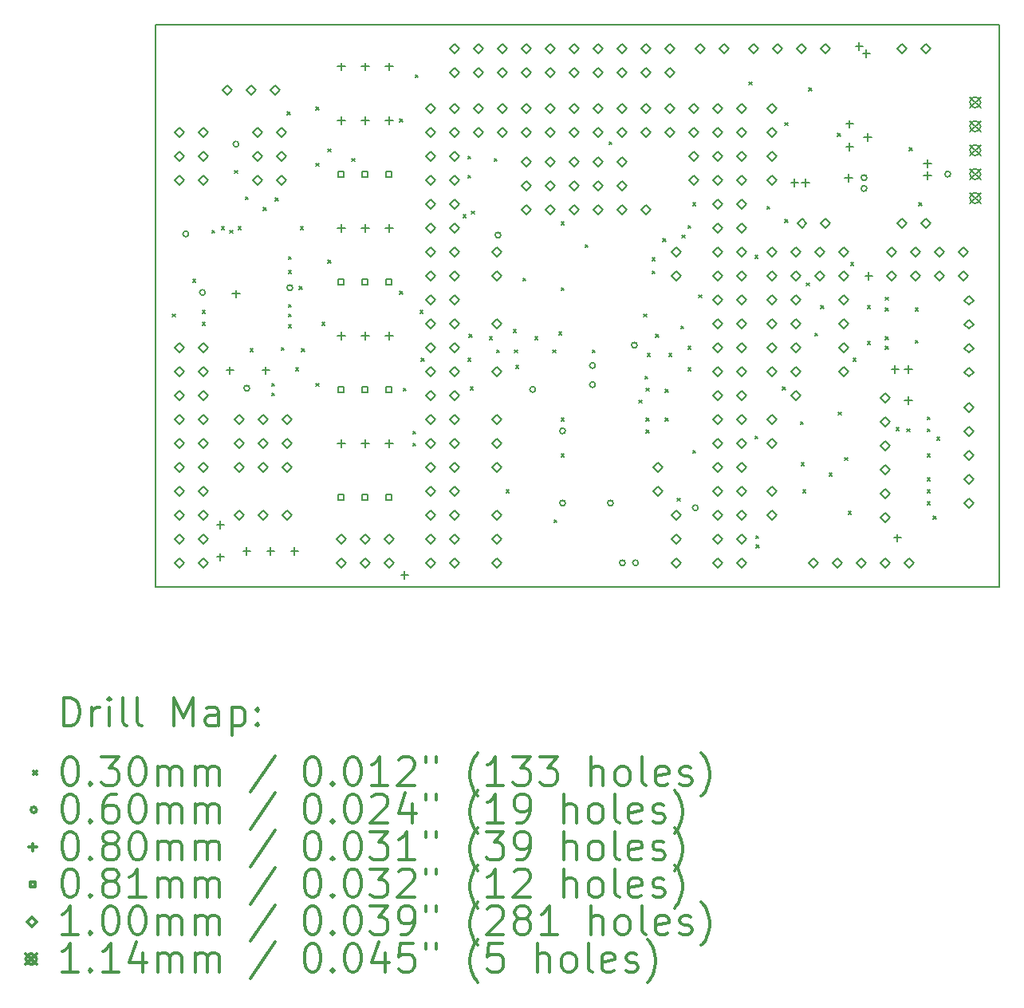
<source format=gbr>
%FSLAX45Y45*%
G04 Gerber Fmt 4.5, Leading zero omitted, Abs format (unit mm)*
G04 Created by KiCad (PCBNEW (5.1.5)-3) date 2021-04-18 18:32:01*
%MOMM*%
%LPD*%
G04 APERTURE LIST*
%TA.AperFunction,Profile*%
%ADD10C,0.200000*%
%TD*%
%ADD11C,0.200000*%
%ADD12C,0.300000*%
G04 APERTURE END LIST*
D10*
X14017752Y-6187948D02*
X14017752Y-12156948D01*
X22971252Y-6187948D02*
X14017752Y-6187948D01*
X22971252Y-12156948D02*
X22971252Y-6187948D01*
X14017752Y-12156948D02*
X22971252Y-12156948D01*
D11*
X14193252Y-9259048D02*
X14223252Y-9289048D01*
X14223252Y-9259048D02*
X14193252Y-9289048D01*
X14409152Y-8890748D02*
X14439152Y-8920748D01*
X14439152Y-8890748D02*
X14409152Y-8920748D01*
X14510752Y-9220948D02*
X14540752Y-9250948D01*
X14540752Y-9220948D02*
X14510752Y-9250948D01*
X14511006Y-9347694D02*
X14541006Y-9377694D01*
X14541006Y-9347694D02*
X14511006Y-9377694D01*
X14612352Y-8370048D02*
X14642352Y-8400048D01*
X14642352Y-8370048D02*
X14612352Y-8400048D01*
X14713952Y-8331948D02*
X14743952Y-8361948D01*
X14743952Y-8331948D02*
X14713952Y-8361948D01*
X14802852Y-8370048D02*
X14832852Y-8400048D01*
X14832852Y-8370048D02*
X14802852Y-8400048D01*
X14853652Y-7735048D02*
X14883652Y-7765048D01*
X14883652Y-7735048D02*
X14853652Y-7765048D01*
X14891752Y-8331948D02*
X14921752Y-8361948D01*
X14921752Y-8331948D02*
X14891752Y-8361948D01*
X14967952Y-8014448D02*
X14997952Y-8044448D01*
X14997952Y-8014448D02*
X14967952Y-8044448D01*
X15018752Y-9627348D02*
X15048752Y-9657348D01*
X15048752Y-9627348D02*
X15018752Y-9657348D01*
X15158452Y-8128748D02*
X15188452Y-8158748D01*
X15188452Y-8128748D02*
X15158452Y-8158748D01*
X15247352Y-9995648D02*
X15277352Y-10025648D01*
X15277352Y-9995648D02*
X15247352Y-10025648D01*
X15247352Y-10097248D02*
X15277352Y-10127248D01*
X15277352Y-10097248D02*
X15247352Y-10127248D01*
X15285452Y-8027148D02*
X15315452Y-8057148D01*
X15315452Y-8027148D02*
X15285452Y-8057148D01*
X15348952Y-9614648D02*
X15378952Y-9644648D01*
X15378952Y-9614648D02*
X15348952Y-9644648D01*
X15412452Y-7112748D02*
X15442452Y-7142748D01*
X15442452Y-7112748D02*
X15412452Y-7142748D01*
X15425152Y-8649448D02*
X15455152Y-8679448D01*
X15455152Y-8649448D02*
X15425152Y-8679448D01*
X15425152Y-8799448D02*
X15455152Y-8829448D01*
X15455152Y-8799448D02*
X15425152Y-8829448D01*
X15425152Y-9157448D02*
X15455152Y-9187448D01*
X15455152Y-9157448D02*
X15425152Y-9187448D01*
X15425152Y-9259048D02*
X15455152Y-9289048D01*
X15455152Y-9259048D02*
X15425152Y-9289048D01*
X15425152Y-9373348D02*
X15455152Y-9403348D01*
X15455152Y-9373348D02*
X15425152Y-9403348D01*
X15501352Y-9830548D02*
X15531352Y-9860548D01*
X15531352Y-9830548D02*
X15501352Y-9860548D01*
X15539452Y-8966948D02*
X15569452Y-8996948D01*
X15569452Y-8966948D02*
X15539452Y-8996948D01*
X15552152Y-8331948D02*
X15582152Y-8361948D01*
X15582152Y-8331948D02*
X15552152Y-8361948D01*
X15564852Y-9627348D02*
X15594852Y-9657348D01*
X15594852Y-9627348D02*
X15564852Y-9657348D01*
X15717252Y-7061948D02*
X15747252Y-7091948D01*
X15747252Y-7061948D02*
X15717252Y-7091948D01*
X15717252Y-7658848D02*
X15747252Y-7688848D01*
X15747252Y-7658848D02*
X15717252Y-7688848D01*
X15717252Y-9995648D02*
X15747252Y-10025648D01*
X15747252Y-9995648D02*
X15717252Y-10025648D01*
X15780752Y-9347948D02*
X15810752Y-9377948D01*
X15810752Y-9347948D02*
X15780752Y-9377948D01*
X15844252Y-7506448D02*
X15874252Y-7536448D01*
X15874252Y-7506448D02*
X15844252Y-7536448D01*
X15844252Y-8687548D02*
X15874252Y-8717548D01*
X15874252Y-8687548D02*
X15844252Y-8717548D01*
X16098252Y-7608048D02*
X16128252Y-7638048D01*
X16128252Y-7608048D02*
X16098252Y-7638048D01*
X16606252Y-9017748D02*
X16636252Y-9047748D01*
X16636252Y-9017748D02*
X16606252Y-9047748D01*
X16607255Y-7188948D02*
X16637255Y-7218948D01*
X16637255Y-7188948D02*
X16607255Y-7218948D01*
X16644352Y-10046448D02*
X16674352Y-10076448D01*
X16674352Y-10046448D02*
X16644352Y-10076448D01*
X16745952Y-10503648D02*
X16775952Y-10533648D01*
X16775952Y-10503648D02*
X16745952Y-10533648D01*
X16745952Y-10630648D02*
X16775952Y-10660648D01*
X16775952Y-10630648D02*
X16745952Y-10660648D01*
X16771352Y-6719048D02*
X16801352Y-6749048D01*
X16801352Y-6719048D02*
X16771352Y-6749048D01*
X16822152Y-9220948D02*
X16852152Y-9250948D01*
X16852152Y-9220948D02*
X16822152Y-9250948D01*
X16834852Y-9728948D02*
X16864852Y-9758948D01*
X16864852Y-9728948D02*
X16834852Y-9758948D01*
X17279352Y-8204948D02*
X17309352Y-8234948D01*
X17309352Y-8204948D02*
X17279352Y-8234948D01*
X17330152Y-7582648D02*
X17360152Y-7612648D01*
X17360152Y-7582648D02*
X17330152Y-7612648D01*
X17330152Y-7785848D02*
X17360152Y-7815848D01*
X17360152Y-7785848D02*
X17330152Y-7815848D01*
X17330152Y-9728948D02*
X17360152Y-9758948D01*
X17360152Y-9728948D02*
X17330152Y-9758948D01*
X17342852Y-9474948D02*
X17372852Y-9504948D01*
X17372852Y-9474948D02*
X17342852Y-9504948D01*
X17355552Y-10033748D02*
X17385552Y-10063748D01*
X17385552Y-10033748D02*
X17355552Y-10063748D01*
X17368252Y-8166848D02*
X17398252Y-8196848D01*
X17398252Y-8166848D02*
X17368252Y-8196848D01*
X17558752Y-9500348D02*
X17588752Y-9530348D01*
X17588752Y-9500348D02*
X17558752Y-9530348D01*
X17609552Y-7608048D02*
X17639552Y-7638048D01*
X17639552Y-7608048D02*
X17609552Y-7638048D01*
X17634952Y-9640048D02*
X17664952Y-9670048D01*
X17664952Y-9640048D02*
X17634952Y-9670048D01*
X17736552Y-11125948D02*
X17766552Y-11155948D01*
X17766552Y-11125948D02*
X17736552Y-11155948D01*
X17812752Y-9424148D02*
X17842752Y-9454148D01*
X17842752Y-9424148D02*
X17812752Y-9454148D01*
X17825452Y-9640048D02*
X17855452Y-9670048D01*
X17855452Y-9640048D02*
X17825452Y-9670048D01*
X17838152Y-9805148D02*
X17868152Y-9835148D01*
X17868152Y-9805148D02*
X17838152Y-9835148D01*
X17914352Y-8878048D02*
X17944352Y-8908048D01*
X17944352Y-8878048D02*
X17914352Y-8908048D01*
X18041352Y-9500348D02*
X18071352Y-9530348D01*
X18071352Y-9500348D02*
X18041352Y-9530348D01*
X18231852Y-9640048D02*
X18261852Y-9670048D01*
X18261852Y-9640048D02*
X18231852Y-9670048D01*
X18244552Y-11443448D02*
X18274552Y-11473448D01*
X18274552Y-11443448D02*
X18244552Y-11473448D01*
X18295352Y-9449548D02*
X18325352Y-9479548D01*
X18325352Y-9449548D02*
X18295352Y-9479548D01*
X18320751Y-10744948D02*
X18350751Y-10774948D01*
X18350751Y-10744948D02*
X18320751Y-10774948D01*
X18320752Y-8281148D02*
X18350752Y-8311148D01*
X18350752Y-8281148D02*
X18320752Y-8311148D01*
X18320752Y-8979648D02*
X18350752Y-9009648D01*
X18350752Y-8979648D02*
X18320752Y-9009648D01*
X18320752Y-10363948D02*
X18350752Y-10393948D01*
X18350752Y-10363948D02*
X18320752Y-10393948D01*
X18574752Y-8522448D02*
X18604752Y-8552448D01*
X18604752Y-8522448D02*
X18574752Y-8552448D01*
X18650952Y-9640048D02*
X18680952Y-9670048D01*
X18680952Y-9640048D02*
X18650952Y-9670048D01*
X18828752Y-7430248D02*
X18858752Y-7460248D01*
X18858752Y-7430248D02*
X18828752Y-7460248D01*
X19146252Y-10173448D02*
X19176252Y-10203448D01*
X19176252Y-10173448D02*
X19146252Y-10203448D01*
X19197052Y-9259048D02*
X19227052Y-9289048D01*
X19227052Y-9259048D02*
X19197052Y-9289048D01*
X19209752Y-9919448D02*
X19239752Y-9949448D01*
X19239752Y-9919448D02*
X19209752Y-9949448D01*
X19222452Y-10046448D02*
X19252452Y-10076448D01*
X19252452Y-10046448D02*
X19222452Y-10076448D01*
X19222452Y-10363948D02*
X19252452Y-10393948D01*
X19252452Y-10363948D02*
X19222452Y-10393948D01*
X19222452Y-10490948D02*
X19252452Y-10520948D01*
X19252452Y-10490948D02*
X19222452Y-10520948D01*
X19235152Y-9678148D02*
X19265152Y-9708148D01*
X19265152Y-9678148D02*
X19235152Y-9708148D01*
X19285952Y-8662148D02*
X19315952Y-8692148D01*
X19315952Y-8662148D02*
X19285952Y-8692148D01*
X19285952Y-8801848D02*
X19315952Y-8831848D01*
X19315952Y-8801848D02*
X19285952Y-8831848D01*
X19325456Y-9474948D02*
X19355456Y-9504948D01*
X19355456Y-9474948D02*
X19325456Y-9504948D01*
X19400252Y-8458948D02*
X19430252Y-8488948D01*
X19430252Y-8458948D02*
X19400252Y-8488948D01*
X19425652Y-10059148D02*
X19455652Y-10089148D01*
X19455652Y-10059148D02*
X19425652Y-10089148D01*
X19425652Y-10363948D02*
X19455652Y-10393948D01*
X19455652Y-10363948D02*
X19425652Y-10393948D01*
X19463752Y-9678148D02*
X19493752Y-9708148D01*
X19493752Y-9678148D02*
X19463752Y-9708148D01*
X19552652Y-11214848D02*
X19582652Y-11244848D01*
X19582652Y-11214848D02*
X19552652Y-11244848D01*
X19590752Y-9386048D02*
X19620752Y-9416048D01*
X19620752Y-9386048D02*
X19590752Y-9416048D01*
X19603450Y-8420848D02*
X19633450Y-8450848D01*
X19633450Y-8420848D02*
X19603450Y-8450848D01*
X19666952Y-8319248D02*
X19696952Y-8349248D01*
X19696952Y-8319248D02*
X19666952Y-8349248D01*
X19666952Y-9601948D02*
X19696952Y-9631948D01*
X19696952Y-9601948D02*
X19666952Y-9631948D01*
X19666952Y-9830548D02*
X19696952Y-9860548D01*
X19696952Y-9830548D02*
X19666952Y-9860548D01*
X19717752Y-8077948D02*
X19747752Y-8107948D01*
X19747752Y-8077948D02*
X19717752Y-8107948D01*
X19717752Y-10706848D02*
X19747752Y-10736848D01*
X19747752Y-10706848D02*
X19717752Y-10736848D01*
X19781252Y-9055848D02*
X19811252Y-9085848D01*
X19811252Y-9055848D02*
X19781252Y-9085848D01*
X20314652Y-6795248D02*
X20344652Y-6825248D01*
X20344652Y-6795248D02*
X20314652Y-6825248D01*
X20378152Y-8636748D02*
X20408152Y-8666748D01*
X20408152Y-8636748D02*
X20378152Y-8666748D01*
X20378152Y-10554448D02*
X20408152Y-10584448D01*
X20408152Y-10554448D02*
X20378152Y-10584448D01*
X20387851Y-11615450D02*
X20417851Y-11645450D01*
X20417851Y-11615450D02*
X20387851Y-11645450D01*
X20390853Y-11713684D02*
X20420853Y-11743684D01*
X20420853Y-11713684D02*
X20390853Y-11743684D01*
X20505151Y-8116048D02*
X20535151Y-8146048D01*
X20535151Y-8116048D02*
X20505151Y-8146048D01*
X20670252Y-10033748D02*
X20700252Y-10063748D01*
X20700252Y-10033748D02*
X20670252Y-10063748D01*
X20695652Y-7227048D02*
X20725652Y-7257048D01*
X20725652Y-7227048D02*
X20695652Y-7257048D01*
X20695823Y-8257849D02*
X20725823Y-8287849D01*
X20725823Y-8257849D02*
X20695823Y-8287849D01*
X20860752Y-10402048D02*
X20890752Y-10432048D01*
X20890752Y-10402048D02*
X20860752Y-10432048D01*
X20870424Y-10840681D02*
X20900424Y-10870681D01*
X20900424Y-10840681D02*
X20870424Y-10870681D01*
X20886152Y-11125948D02*
X20916152Y-11155948D01*
X20916152Y-11125948D02*
X20886152Y-11155948D01*
X20924252Y-8928848D02*
X20954252Y-8958848D01*
X20954252Y-8928848D02*
X20924252Y-8958848D01*
X20949652Y-6858748D02*
X20979652Y-6888748D01*
X20979652Y-6858748D02*
X20949652Y-6888748D01*
X21013152Y-9462248D02*
X21043152Y-9492248D01*
X21043152Y-9462248D02*
X21013152Y-9492248D01*
X21076652Y-9170147D02*
X21106652Y-9200147D01*
X21106652Y-9170147D02*
X21076652Y-9200147D01*
X21165552Y-10948148D02*
X21195552Y-10978148D01*
X21195552Y-10948148D02*
X21165552Y-10978148D01*
X21254452Y-7341348D02*
X21284452Y-7371348D01*
X21284452Y-7341348D02*
X21254452Y-7371348D01*
X21265648Y-10300448D02*
X21295648Y-10330448D01*
X21295648Y-10300448D02*
X21265648Y-10330448D01*
X21330652Y-10783048D02*
X21360652Y-10813048D01*
X21360652Y-10783048D02*
X21330652Y-10813048D01*
X21368752Y-11354548D02*
X21398752Y-11384548D01*
X21398752Y-11354548D02*
X21368752Y-11384548D01*
X21394152Y-8712948D02*
X21424152Y-8742948D01*
X21424152Y-8712948D02*
X21394152Y-8742948D01*
X21419552Y-9728948D02*
X21449552Y-9758948D01*
X21449552Y-9728948D02*
X21419552Y-9758948D01*
X21571952Y-9170148D02*
X21601952Y-9200148D01*
X21601952Y-9170148D02*
X21571952Y-9200148D01*
X21571952Y-9551148D02*
X21601952Y-9581148D01*
X21601952Y-9551148D02*
X21571952Y-9581148D01*
X21762452Y-9081248D02*
X21792452Y-9111248D01*
X21792452Y-9081248D02*
X21762452Y-9111248D01*
X21762452Y-9195548D02*
X21792452Y-9225548D01*
X21792452Y-9195548D02*
X21762452Y-9225548D01*
X21762452Y-9500348D02*
X21792452Y-9530348D01*
X21792452Y-9500348D02*
X21762452Y-9530348D01*
X21762452Y-9601948D02*
X21792452Y-9631948D01*
X21792452Y-9601948D02*
X21762452Y-9631948D01*
X21876752Y-10465548D02*
X21906752Y-10495548D01*
X21906752Y-10465548D02*
X21876752Y-10495548D01*
X21991052Y-10478248D02*
X22021052Y-10508248D01*
X22021052Y-10478248D02*
X21991052Y-10508248D01*
X22016452Y-7493748D02*
X22046452Y-7523748D01*
X22046452Y-7493748D02*
X22016452Y-7523748D01*
X22079952Y-9538448D02*
X22109952Y-9568448D01*
X22109952Y-9538448D02*
X22079952Y-9568448D01*
X22079952Y-9195548D02*
X22109952Y-9225548D01*
X22109952Y-9195548D02*
X22079952Y-9225548D01*
X22118052Y-8077948D02*
X22148052Y-8107948D01*
X22148052Y-8077948D02*
X22118052Y-8107948D01*
X22206951Y-10478248D02*
X22236951Y-10508248D01*
X22236951Y-10478248D02*
X22206951Y-10508248D01*
X22206952Y-10354248D02*
X22236952Y-10384248D01*
X22236952Y-10354248D02*
X22206952Y-10384248D01*
X22206952Y-10744948D02*
X22236952Y-10774948D01*
X22236952Y-10744948D02*
X22206952Y-10774948D01*
X22206952Y-10998948D02*
X22236952Y-11028948D01*
X22236952Y-10998948D02*
X22206952Y-11028948D01*
X22206952Y-11125948D02*
X22236952Y-11155948D01*
X22236952Y-11125948D02*
X22206952Y-11155948D01*
X22206952Y-11252948D02*
X22236952Y-11282948D01*
X22236952Y-11252948D02*
X22206952Y-11282948D01*
X22270452Y-11405348D02*
X22300452Y-11435348D01*
X22300452Y-11405348D02*
X22270452Y-11435348D01*
X22308551Y-10567148D02*
X22338551Y-10597148D01*
X22338551Y-10567148D02*
X22308551Y-10597148D01*
X14365252Y-8410448D02*
G75*
G03X14365252Y-8410448I-30000J0D01*
G01*
X14543052Y-9032748D02*
G75*
G03X14543052Y-9032748I-30000J0D01*
G01*
X14898652Y-7457948D02*
G75*
G03X14898652Y-7457948I-30000J0D01*
G01*
X15012952Y-10048748D02*
G75*
G03X15012952Y-10048748I-30000J0D01*
G01*
X15470152Y-8981948D02*
G75*
G03X15470152Y-8981948I-30000J0D01*
G01*
X17679952Y-8423148D02*
G75*
G03X17679952Y-8423148I-30000J0D01*
G01*
X18048252Y-10061449D02*
G75*
G03X18048252Y-10061449I-30000J0D01*
G01*
X18365752Y-10501547D02*
G75*
G03X18365752Y-10501547I-30000J0D01*
G01*
X18365752Y-11267948D02*
G75*
G03X18365752Y-11267948I-30000J0D01*
G01*
X18683252Y-9807448D02*
G75*
G03X18683252Y-9807448I-30000J0D01*
G01*
X18683252Y-10010648D02*
G75*
G03X18683252Y-10010648I-30000J0D01*
G01*
X18873752Y-11267948D02*
G75*
G03X18873752Y-11267948I-30000J0D01*
G01*
X19000752Y-11902948D02*
G75*
G03X19000752Y-11902948I-30000J0D01*
G01*
X19127752Y-9591548D02*
G75*
G03X19127752Y-9591548I-30000J0D01*
G01*
X19140452Y-11902948D02*
G75*
G03X19140452Y-11902948I-30000J0D01*
G01*
X19775452Y-11318748D02*
G75*
G03X19775452Y-11318748I-30000J0D01*
G01*
X21566152Y-7813548D02*
G75*
G03X21566152Y-7813548I-30000J0D01*
G01*
X21566152Y-7927848D02*
G75*
G03X21566152Y-7927848I-30000J0D01*
G01*
X22455152Y-7775448D02*
G75*
G03X22455152Y-7775448I-30000J0D01*
G01*
X14703552Y-11456548D02*
X14703552Y-11536548D01*
X14663552Y-11496548D02*
X14743552Y-11496548D01*
X14703552Y-11799448D02*
X14703552Y-11879448D01*
X14663552Y-11839448D02*
X14743552Y-11839448D01*
X14805152Y-9818248D02*
X14805152Y-9898248D01*
X14765152Y-9858248D02*
X14845152Y-9858248D01*
X14868652Y-9005448D02*
X14868652Y-9085448D01*
X14828652Y-9045448D02*
X14908652Y-9045448D01*
X15186152Y-9818248D02*
X15186152Y-9898248D01*
X15146152Y-9858248D02*
X15226152Y-9858248D01*
X16659352Y-11989948D02*
X16659352Y-12069948D01*
X16619352Y-12029948D02*
X16699352Y-12029948D01*
X20799552Y-7824347D02*
X20799552Y-7904347D01*
X20759552Y-7864347D02*
X20839552Y-7864347D01*
X20913852Y-7824349D02*
X20913852Y-7904349D01*
X20873852Y-7864349D02*
X20953852Y-7864349D01*
X21371052Y-7773548D02*
X21371052Y-7853548D01*
X21331052Y-7813548D02*
X21411052Y-7813548D01*
X21383752Y-7202048D02*
X21383752Y-7282048D01*
X21343752Y-7242048D02*
X21423752Y-7242048D01*
X21383752Y-7443348D02*
X21383752Y-7523348D01*
X21343752Y-7483348D02*
X21423752Y-7483348D01*
X21485352Y-6376548D02*
X21485352Y-6456548D01*
X21445352Y-6416548D02*
X21525352Y-6416548D01*
X21561552Y-6452748D02*
X21561552Y-6532748D01*
X21521552Y-6492748D02*
X21601552Y-6492748D01*
X21574252Y-7341748D02*
X21574252Y-7421748D01*
X21534252Y-7381748D02*
X21614252Y-7381748D01*
X21586952Y-8814948D02*
X21586952Y-8894948D01*
X21546952Y-8854948D02*
X21626952Y-8854948D01*
X21866352Y-9805548D02*
X21866352Y-9885548D01*
X21826352Y-9845548D02*
X21906352Y-9845548D01*
X21891752Y-11596248D02*
X21891752Y-11676248D01*
X21851752Y-11636248D02*
X21931752Y-11636248D01*
X22006051Y-9805548D02*
X22006051Y-9885548D01*
X21966051Y-9845548D02*
X22046051Y-9845548D01*
X22006052Y-10135748D02*
X22006052Y-10215748D01*
X21966052Y-10175748D02*
X22046052Y-10175748D01*
X22209252Y-7621148D02*
X22209252Y-7701148D01*
X22169252Y-7661148D02*
X22249252Y-7661148D01*
X22209252Y-7748148D02*
X22209252Y-7828148D01*
X22169252Y-7788148D02*
X22249252Y-7788148D01*
X15986252Y-8306948D02*
X15986252Y-8386948D01*
X15946252Y-8346948D02*
X16026252Y-8346948D01*
X16240252Y-8306948D02*
X16240252Y-8386948D01*
X16200252Y-8346948D02*
X16280252Y-8346948D01*
X16494252Y-8306948D02*
X16494252Y-8386948D01*
X16454252Y-8346948D02*
X16534252Y-8346948D01*
X14982952Y-11735948D02*
X14982952Y-11815948D01*
X14942952Y-11775948D02*
X15022952Y-11775948D01*
X15236952Y-11735948D02*
X15236952Y-11815948D01*
X15196952Y-11775948D02*
X15276952Y-11775948D01*
X15490952Y-11735948D02*
X15490952Y-11815948D01*
X15450952Y-11775948D02*
X15530952Y-11775948D01*
X15986252Y-7163948D02*
X15986252Y-7243948D01*
X15946252Y-7203948D02*
X16026252Y-7203948D01*
X16240252Y-7163948D02*
X16240252Y-7243948D01*
X16200252Y-7203948D02*
X16280252Y-7203948D01*
X16494252Y-7163948D02*
X16494252Y-7243948D01*
X16454252Y-7203948D02*
X16534252Y-7203948D01*
X15986252Y-6592448D02*
X15986252Y-6672448D01*
X15946252Y-6632448D02*
X16026252Y-6632448D01*
X16240252Y-6592448D02*
X16240252Y-6672448D01*
X16200252Y-6632448D02*
X16280252Y-6632448D01*
X16494252Y-6592448D02*
X16494252Y-6672448D01*
X16454252Y-6632448D02*
X16534252Y-6632448D01*
X15986252Y-9449948D02*
X15986252Y-9529948D01*
X15946252Y-9489948D02*
X16026252Y-9489948D01*
X16240252Y-9449948D02*
X16240252Y-9529948D01*
X16200252Y-9489948D02*
X16280252Y-9489948D01*
X16494252Y-9449948D02*
X16494252Y-9529948D01*
X16454252Y-9489948D02*
X16534252Y-9489948D01*
X15986252Y-10592948D02*
X15986252Y-10672948D01*
X15946252Y-10632948D02*
X16026252Y-10632948D01*
X16240252Y-10592948D02*
X16240252Y-10672948D01*
X16200252Y-10632948D02*
X16280252Y-10632948D01*
X16494252Y-10592948D02*
X16494252Y-10672948D01*
X16454252Y-10632948D02*
X16534252Y-10632948D01*
X16014989Y-11233185D02*
X16014989Y-11175711D01*
X15957515Y-11175711D01*
X15957515Y-11233185D01*
X16014989Y-11233185D01*
X16268989Y-11233185D02*
X16268989Y-11175711D01*
X16211515Y-11175711D01*
X16211515Y-11233185D01*
X16268989Y-11233185D01*
X16522989Y-11233185D02*
X16522989Y-11175711D01*
X16465515Y-11175711D01*
X16465515Y-11233185D01*
X16522989Y-11233185D01*
X16014989Y-7804185D02*
X16014989Y-7746711D01*
X15957515Y-7746711D01*
X15957515Y-7804185D01*
X16014989Y-7804185D01*
X16268989Y-7804185D02*
X16268989Y-7746711D01*
X16211515Y-7746711D01*
X16211515Y-7804185D01*
X16268989Y-7804185D01*
X16522989Y-7804185D02*
X16522989Y-7746711D01*
X16465515Y-7746711D01*
X16465515Y-7804185D01*
X16522989Y-7804185D01*
X16014989Y-10090185D02*
X16014989Y-10032711D01*
X15957515Y-10032711D01*
X15957515Y-10090185D01*
X16014989Y-10090185D01*
X16268989Y-10090185D02*
X16268989Y-10032711D01*
X16211515Y-10032711D01*
X16211515Y-10090185D01*
X16268989Y-10090185D01*
X16522989Y-10090185D02*
X16522989Y-10032711D01*
X16465515Y-10032711D01*
X16465515Y-10090185D01*
X16522989Y-10090185D01*
X16014989Y-8947185D02*
X16014989Y-8889711D01*
X15957515Y-8889711D01*
X15957515Y-8947185D01*
X16014989Y-8947185D01*
X16268989Y-8947185D02*
X16268989Y-8889711D01*
X16211515Y-8889711D01*
X16211515Y-8947185D01*
X16268989Y-8947185D01*
X16522989Y-8947185D02*
X16522989Y-8889711D01*
X16465515Y-8889711D01*
X16465515Y-8947185D01*
X16522989Y-8947185D01*
X14779752Y-6936448D02*
X14829752Y-6886448D01*
X14779752Y-6836448D01*
X14729752Y-6886448D01*
X14779752Y-6936448D01*
X15033752Y-6936448D02*
X15083752Y-6886448D01*
X15033752Y-6836448D01*
X14983752Y-6886448D01*
X15033752Y-6936448D01*
X15287752Y-6936448D02*
X15337752Y-6886448D01*
X15287752Y-6836448D01*
X15237752Y-6886448D01*
X15287752Y-6936448D01*
X17192752Y-6491948D02*
X17242752Y-6441948D01*
X17192752Y-6391948D01*
X17142752Y-6441948D01*
X17192752Y-6491948D01*
X17192752Y-6745948D02*
X17242752Y-6695948D01*
X17192752Y-6645948D01*
X17142752Y-6695948D01*
X17192752Y-6745948D01*
X17446752Y-6491948D02*
X17496752Y-6441948D01*
X17446752Y-6391948D01*
X17396752Y-6441948D01*
X17446752Y-6491948D01*
X17446752Y-6745948D02*
X17496752Y-6695948D01*
X17446752Y-6645948D01*
X17396752Y-6695948D01*
X17446752Y-6745948D01*
X17700752Y-6491948D02*
X17750752Y-6441948D01*
X17700752Y-6391948D01*
X17650752Y-6441948D01*
X17700752Y-6491948D01*
X17700752Y-6745948D02*
X17750752Y-6695948D01*
X17700752Y-6645948D01*
X17650752Y-6695948D01*
X17700752Y-6745948D01*
X17954752Y-6491948D02*
X18004752Y-6441948D01*
X17954752Y-6391948D01*
X17904752Y-6441948D01*
X17954752Y-6491948D01*
X17954752Y-6745948D02*
X18004752Y-6695948D01*
X17954752Y-6645948D01*
X17904752Y-6695948D01*
X17954752Y-6745948D01*
X18208752Y-6491948D02*
X18258752Y-6441948D01*
X18208752Y-6391948D01*
X18158752Y-6441948D01*
X18208752Y-6491948D01*
X18208752Y-6745948D02*
X18258752Y-6695948D01*
X18208752Y-6645948D01*
X18158752Y-6695948D01*
X18208752Y-6745948D01*
X19351752Y-10936948D02*
X19401752Y-10886948D01*
X19351752Y-10836948D01*
X19301752Y-10886948D01*
X19351752Y-10936948D01*
X19351752Y-11190948D02*
X19401752Y-11140948D01*
X19351752Y-11090948D01*
X19301752Y-11140948D01*
X19351752Y-11190948D01*
X14271752Y-7380948D02*
X14321752Y-7330948D01*
X14271752Y-7280948D01*
X14221752Y-7330948D01*
X14271752Y-7380948D01*
X14271752Y-7634948D02*
X14321752Y-7584948D01*
X14271752Y-7534948D01*
X14221752Y-7584948D01*
X14271752Y-7634948D01*
X14271752Y-7888948D02*
X14321752Y-7838948D01*
X14271752Y-7788948D01*
X14221752Y-7838948D01*
X14271752Y-7888948D01*
X14525752Y-7380948D02*
X14575752Y-7330948D01*
X14525752Y-7280948D01*
X14475752Y-7330948D01*
X14525752Y-7380948D01*
X14525752Y-7634948D02*
X14575752Y-7584948D01*
X14525752Y-7534948D01*
X14475752Y-7584948D01*
X14525752Y-7634948D01*
X14525752Y-7888948D02*
X14575752Y-7838948D01*
X14525752Y-7788948D01*
X14475752Y-7838948D01*
X14525752Y-7888948D01*
X15097252Y-7380948D02*
X15147252Y-7330948D01*
X15097252Y-7280948D01*
X15047252Y-7330948D01*
X15097252Y-7380948D01*
X15097252Y-7634948D02*
X15147252Y-7584948D01*
X15097252Y-7534948D01*
X15047252Y-7584948D01*
X15097252Y-7634948D01*
X15097252Y-7888948D02*
X15147252Y-7838948D01*
X15097252Y-7788948D01*
X15047252Y-7838948D01*
X15097252Y-7888948D01*
X15351252Y-7380948D02*
X15401252Y-7330948D01*
X15351252Y-7280948D01*
X15301252Y-7330948D01*
X15351252Y-7380948D01*
X15351252Y-7634948D02*
X15401252Y-7584948D01*
X15351252Y-7534948D01*
X15301252Y-7584948D01*
X15351252Y-7634948D01*
X15351252Y-7888948D02*
X15401252Y-7838948D01*
X15351252Y-7788948D01*
X15301252Y-7838948D01*
X15351252Y-7888948D01*
X14906752Y-10936948D02*
X14956752Y-10886948D01*
X14906752Y-10836948D01*
X14856752Y-10886948D01*
X14906752Y-10936948D01*
X15160752Y-10936948D02*
X15210752Y-10886948D01*
X15160752Y-10836948D01*
X15110752Y-10886948D01*
X15160752Y-10936948D01*
X15414752Y-10936948D02*
X15464752Y-10886948D01*
X15414752Y-10836948D01*
X15364752Y-10886948D01*
X15414752Y-10936948D01*
X21320252Y-9160218D02*
X21370252Y-9110218D01*
X21320252Y-9060218D01*
X21270252Y-9110218D01*
X21320252Y-9160218D01*
X21320252Y-9160218D02*
X21370252Y-9110218D01*
X21320252Y-9060218D01*
X21270252Y-9110218D01*
X21320252Y-9160218D01*
X21320252Y-9414218D02*
X21370252Y-9364218D01*
X21320252Y-9314218D01*
X21270252Y-9364218D01*
X21320252Y-9414218D01*
X21320252Y-9414218D02*
X21370252Y-9364218D01*
X21320252Y-9314218D01*
X21270252Y-9364218D01*
X21320252Y-9414218D01*
X21320252Y-9668218D02*
X21370252Y-9618218D01*
X21320252Y-9568218D01*
X21270252Y-9618218D01*
X21320252Y-9668218D01*
X21320252Y-9668218D02*
X21370252Y-9618218D01*
X21320252Y-9568218D01*
X21270252Y-9618218D01*
X21320252Y-9668218D01*
X21320252Y-9922218D02*
X21370252Y-9872218D01*
X21320252Y-9822218D01*
X21270252Y-9872218D01*
X21320252Y-9922218D01*
X21320252Y-9922218D02*
X21370252Y-9872218D01*
X21320252Y-9822218D01*
X21270252Y-9872218D01*
X21320252Y-9922218D01*
X22653752Y-9165298D02*
X22703752Y-9115298D01*
X22653752Y-9065298D01*
X22603752Y-9115298D01*
X22653752Y-9165298D01*
X22653752Y-9419298D02*
X22703752Y-9369298D01*
X22653752Y-9319298D01*
X22603752Y-9369298D01*
X22653752Y-9419298D01*
X22653752Y-9673298D02*
X22703752Y-9623298D01*
X22653752Y-9573298D01*
X22603752Y-9623298D01*
X22653752Y-9673298D01*
X22653752Y-9927298D02*
X22703752Y-9877298D01*
X22653752Y-9827298D01*
X22603752Y-9877298D01*
X22653752Y-9927298D01*
X14271752Y-9666948D02*
X14321752Y-9616948D01*
X14271752Y-9566948D01*
X14221752Y-9616948D01*
X14271752Y-9666948D01*
X14271752Y-9920948D02*
X14321752Y-9870948D01*
X14271752Y-9820948D01*
X14221752Y-9870948D01*
X14271752Y-9920948D01*
X14271752Y-10174948D02*
X14321752Y-10124948D01*
X14271752Y-10074948D01*
X14221752Y-10124948D01*
X14271752Y-10174948D01*
X14271752Y-10428948D02*
X14321752Y-10378948D01*
X14271752Y-10328948D01*
X14221752Y-10378948D01*
X14271752Y-10428948D01*
X14271752Y-10682948D02*
X14321752Y-10632948D01*
X14271752Y-10582948D01*
X14221752Y-10632948D01*
X14271752Y-10682948D01*
X14271752Y-10936948D02*
X14321752Y-10886948D01*
X14271752Y-10836948D01*
X14221752Y-10886948D01*
X14271752Y-10936948D01*
X14271752Y-11190948D02*
X14321752Y-11140948D01*
X14271752Y-11090948D01*
X14221752Y-11140948D01*
X14271752Y-11190948D01*
X14271752Y-11444948D02*
X14321752Y-11394948D01*
X14271752Y-11344948D01*
X14221752Y-11394948D01*
X14271752Y-11444948D01*
X14271752Y-11698948D02*
X14321752Y-11648948D01*
X14271752Y-11598948D01*
X14221752Y-11648948D01*
X14271752Y-11698948D01*
X14271752Y-11952948D02*
X14321752Y-11902948D01*
X14271752Y-11852948D01*
X14221752Y-11902948D01*
X14271752Y-11952948D01*
X14525752Y-9666948D02*
X14575752Y-9616948D01*
X14525752Y-9566948D01*
X14475752Y-9616948D01*
X14525752Y-9666948D01*
X14525752Y-9920948D02*
X14575752Y-9870948D01*
X14525752Y-9820948D01*
X14475752Y-9870948D01*
X14525752Y-9920948D01*
X14525752Y-10174948D02*
X14575752Y-10124948D01*
X14525752Y-10074948D01*
X14475752Y-10124948D01*
X14525752Y-10174948D01*
X14525752Y-10428948D02*
X14575752Y-10378948D01*
X14525752Y-10328948D01*
X14475752Y-10378948D01*
X14525752Y-10428948D01*
X14525752Y-10682948D02*
X14575752Y-10632948D01*
X14525752Y-10582948D01*
X14475752Y-10632948D01*
X14525752Y-10682948D01*
X14525752Y-10936948D02*
X14575752Y-10886948D01*
X14525752Y-10836948D01*
X14475752Y-10886948D01*
X14525752Y-10936948D01*
X14525752Y-11190948D02*
X14575752Y-11140948D01*
X14525752Y-11090948D01*
X14475752Y-11140948D01*
X14525752Y-11190948D01*
X14525752Y-11444948D02*
X14575752Y-11394948D01*
X14525752Y-11344948D01*
X14475752Y-11394948D01*
X14525752Y-11444948D01*
X14525752Y-11698948D02*
X14575752Y-11648948D01*
X14525752Y-11598948D01*
X14475752Y-11648948D01*
X14525752Y-11698948D01*
X14525752Y-11952948D02*
X14575752Y-11902948D01*
X14525752Y-11852948D01*
X14475752Y-11902948D01*
X14525752Y-11952948D01*
X17954752Y-7698448D02*
X18004752Y-7648448D01*
X17954752Y-7598448D01*
X17904752Y-7648448D01*
X17954752Y-7698448D01*
X17954752Y-7952448D02*
X18004752Y-7902448D01*
X17954752Y-7852448D01*
X17904752Y-7902448D01*
X17954752Y-7952448D01*
X18208752Y-7698448D02*
X18258752Y-7648448D01*
X18208752Y-7598448D01*
X18158752Y-7648448D01*
X18208752Y-7698448D01*
X18208752Y-7952448D02*
X18258752Y-7902448D01*
X18208752Y-7852448D01*
X18158752Y-7902448D01*
X18208752Y-7952448D01*
X18462752Y-7698448D02*
X18512752Y-7648448D01*
X18462752Y-7598448D01*
X18412752Y-7648448D01*
X18462752Y-7698448D01*
X18462752Y-7952448D02*
X18512752Y-7902448D01*
X18462752Y-7852448D01*
X18412752Y-7902448D01*
X18462752Y-7952448D01*
X18716752Y-7698448D02*
X18766752Y-7648448D01*
X18716752Y-7598448D01*
X18666752Y-7648448D01*
X18716752Y-7698448D01*
X18716752Y-7952448D02*
X18766752Y-7902448D01*
X18716752Y-7852448D01*
X18666752Y-7902448D01*
X18716752Y-7952448D01*
X18970752Y-7698448D02*
X19020752Y-7648448D01*
X18970752Y-7598448D01*
X18920752Y-7648448D01*
X18970752Y-7698448D01*
X18970752Y-7952448D02*
X19020752Y-7902448D01*
X18970752Y-7852448D01*
X18920752Y-7902448D01*
X18970752Y-7952448D01*
X15986252Y-11698948D02*
X16036252Y-11648948D01*
X15986252Y-11598948D01*
X15936252Y-11648948D01*
X15986252Y-11698948D01*
X15986252Y-11952948D02*
X16036252Y-11902948D01*
X15986252Y-11852948D01*
X15936252Y-11902948D01*
X15986252Y-11952948D01*
X16240252Y-11698948D02*
X16290252Y-11648948D01*
X16240252Y-11598948D01*
X16190252Y-11648948D01*
X16240252Y-11698948D01*
X16240252Y-11952948D02*
X16290252Y-11902948D01*
X16240252Y-11852948D01*
X16190252Y-11902948D01*
X16240252Y-11952948D01*
X16494252Y-11698948D02*
X16544252Y-11648948D01*
X16494252Y-11598948D01*
X16444252Y-11648948D01*
X16494252Y-11698948D01*
X16494252Y-11952948D02*
X16544252Y-11902948D01*
X16494252Y-11852948D01*
X16444252Y-11902948D01*
X16494252Y-11952948D01*
X20367752Y-6491948D02*
X20417752Y-6441948D01*
X20367752Y-6391948D01*
X20317752Y-6441948D01*
X20367752Y-6491948D01*
X20621752Y-6491948D02*
X20671752Y-6441948D01*
X20621752Y-6391948D01*
X20571752Y-6441948D01*
X20621752Y-6491948D01*
X17637252Y-10428948D02*
X17687252Y-10378948D01*
X17637252Y-10328948D01*
X17587252Y-10378948D01*
X17637252Y-10428948D01*
X17637252Y-10682948D02*
X17687252Y-10632948D01*
X17637252Y-10582948D01*
X17587252Y-10632948D01*
X17637252Y-10682948D01*
X17637252Y-10936948D02*
X17687252Y-10886948D01*
X17637252Y-10836948D01*
X17587252Y-10886948D01*
X17637252Y-10936948D01*
X17954752Y-8206448D02*
X18004752Y-8156448D01*
X17954752Y-8106448D01*
X17904752Y-8156448D01*
X17954752Y-8206448D01*
X18208752Y-8206448D02*
X18258752Y-8156448D01*
X18208752Y-8106448D01*
X18158752Y-8156448D01*
X18208752Y-8206448D01*
X18462752Y-8206448D02*
X18512752Y-8156448D01*
X18462752Y-8106448D01*
X18412752Y-8156448D01*
X18462752Y-8206448D01*
X18716752Y-8206448D02*
X18766752Y-8156448D01*
X18716752Y-8106448D01*
X18666752Y-8156448D01*
X18716752Y-8206448D01*
X18970752Y-8206448D02*
X19020752Y-8156448D01*
X18970752Y-8106448D01*
X18920752Y-8156448D01*
X18970752Y-8206448D01*
X19224752Y-8206448D02*
X19274752Y-8156448D01*
X19224752Y-8106448D01*
X19174752Y-8156448D01*
X19224752Y-8206448D01*
X16938752Y-7126948D02*
X16988752Y-7076948D01*
X16938752Y-7026948D01*
X16888752Y-7076948D01*
X16938752Y-7126948D01*
X16938752Y-7380948D02*
X16988752Y-7330948D01*
X16938752Y-7280948D01*
X16888752Y-7330948D01*
X16938752Y-7380948D01*
X16938752Y-7634948D02*
X16988752Y-7584948D01*
X16938752Y-7534948D01*
X16888752Y-7584948D01*
X16938752Y-7634948D01*
X16938752Y-7888948D02*
X16988752Y-7838948D01*
X16938752Y-7788948D01*
X16888752Y-7838948D01*
X16938752Y-7888948D01*
X16938752Y-8142948D02*
X16988752Y-8092948D01*
X16938752Y-8042948D01*
X16888752Y-8092948D01*
X16938752Y-8142948D01*
X16938752Y-8396948D02*
X16988752Y-8346948D01*
X16938752Y-8296948D01*
X16888752Y-8346948D01*
X16938752Y-8396948D01*
X16938752Y-8650948D02*
X16988752Y-8600948D01*
X16938752Y-8550948D01*
X16888752Y-8600948D01*
X16938752Y-8650948D01*
X16938752Y-8904948D02*
X16988752Y-8854948D01*
X16938752Y-8804948D01*
X16888752Y-8854948D01*
X16938752Y-8904948D01*
X16938752Y-9158948D02*
X16988752Y-9108948D01*
X16938752Y-9058948D01*
X16888752Y-9108948D01*
X16938752Y-9158948D01*
X16938752Y-9412948D02*
X16988752Y-9362948D01*
X16938752Y-9312948D01*
X16888752Y-9362948D01*
X16938752Y-9412948D01*
X16938752Y-9666948D02*
X16988752Y-9616948D01*
X16938752Y-9566948D01*
X16888752Y-9616948D01*
X16938752Y-9666948D01*
X16938752Y-9920948D02*
X16988752Y-9870948D01*
X16938752Y-9820948D01*
X16888752Y-9870948D01*
X16938752Y-9920948D01*
X16938752Y-10174948D02*
X16988752Y-10124948D01*
X16938752Y-10074948D01*
X16888752Y-10124948D01*
X16938752Y-10174948D01*
X16938752Y-10428948D02*
X16988752Y-10378948D01*
X16938752Y-10328948D01*
X16888752Y-10378948D01*
X16938752Y-10428948D01*
X16938752Y-10682948D02*
X16988752Y-10632948D01*
X16938752Y-10582948D01*
X16888752Y-10632948D01*
X16938752Y-10682948D01*
X16938752Y-10936948D02*
X16988752Y-10886948D01*
X16938752Y-10836948D01*
X16888752Y-10886948D01*
X16938752Y-10936948D01*
X16938752Y-11190948D02*
X16988752Y-11140948D01*
X16938752Y-11090948D01*
X16888752Y-11140948D01*
X16938752Y-11190948D01*
X16938752Y-11444948D02*
X16988752Y-11394948D01*
X16938752Y-11344948D01*
X16888752Y-11394948D01*
X16938752Y-11444948D01*
X16938752Y-11698948D02*
X16988752Y-11648948D01*
X16938752Y-11598948D01*
X16888752Y-11648948D01*
X16938752Y-11698948D01*
X16938752Y-11952948D02*
X16988752Y-11902948D01*
X16938752Y-11852948D01*
X16888752Y-11902948D01*
X16938752Y-11952948D01*
X17192752Y-7126948D02*
X17242752Y-7076948D01*
X17192752Y-7026948D01*
X17142752Y-7076948D01*
X17192752Y-7126948D01*
X17192752Y-7380948D02*
X17242752Y-7330948D01*
X17192752Y-7280948D01*
X17142752Y-7330948D01*
X17192752Y-7380948D01*
X17192752Y-7634948D02*
X17242752Y-7584948D01*
X17192752Y-7534948D01*
X17142752Y-7584948D01*
X17192752Y-7634948D01*
X17192752Y-7888948D02*
X17242752Y-7838948D01*
X17192752Y-7788948D01*
X17142752Y-7838948D01*
X17192752Y-7888948D01*
X17192752Y-8142948D02*
X17242752Y-8092948D01*
X17192752Y-8042948D01*
X17142752Y-8092948D01*
X17192752Y-8142948D01*
X17192752Y-8396948D02*
X17242752Y-8346948D01*
X17192752Y-8296948D01*
X17142752Y-8346948D01*
X17192752Y-8396948D01*
X17192752Y-8650948D02*
X17242752Y-8600948D01*
X17192752Y-8550948D01*
X17142752Y-8600948D01*
X17192752Y-8650948D01*
X17192752Y-8904948D02*
X17242752Y-8854948D01*
X17192752Y-8804948D01*
X17142752Y-8854948D01*
X17192752Y-8904948D01*
X17192752Y-9158948D02*
X17242752Y-9108948D01*
X17192752Y-9058948D01*
X17142752Y-9108948D01*
X17192752Y-9158948D01*
X17192752Y-9412948D02*
X17242752Y-9362948D01*
X17192752Y-9312948D01*
X17142752Y-9362948D01*
X17192752Y-9412948D01*
X17192752Y-9666948D02*
X17242752Y-9616948D01*
X17192752Y-9566948D01*
X17142752Y-9616948D01*
X17192752Y-9666948D01*
X17192752Y-9920948D02*
X17242752Y-9870948D01*
X17192752Y-9820948D01*
X17142752Y-9870948D01*
X17192752Y-9920948D01*
X17192752Y-10174948D02*
X17242752Y-10124948D01*
X17192752Y-10074948D01*
X17142752Y-10124948D01*
X17192752Y-10174948D01*
X17192752Y-10428948D02*
X17242752Y-10378948D01*
X17192752Y-10328948D01*
X17142752Y-10378948D01*
X17192752Y-10428948D01*
X17192752Y-10682948D02*
X17242752Y-10632948D01*
X17192752Y-10582948D01*
X17142752Y-10632948D01*
X17192752Y-10682948D01*
X17192752Y-10936948D02*
X17242752Y-10886948D01*
X17192752Y-10836948D01*
X17142752Y-10886948D01*
X17192752Y-10936948D01*
X17192752Y-11190948D02*
X17242752Y-11140948D01*
X17192752Y-11090948D01*
X17142752Y-11140948D01*
X17192752Y-11190948D01*
X17192752Y-11444948D02*
X17242752Y-11394948D01*
X17192752Y-11344948D01*
X17142752Y-11394948D01*
X17192752Y-11444948D01*
X17192752Y-11698948D02*
X17242752Y-11648948D01*
X17192752Y-11598948D01*
X17142752Y-11648948D01*
X17192752Y-11698948D01*
X17192752Y-11952948D02*
X17242752Y-11902948D01*
X17192752Y-11852948D01*
X17142752Y-11902948D01*
X17192752Y-11952948D01*
X17446752Y-7126948D02*
X17496752Y-7076948D01*
X17446752Y-7026948D01*
X17396752Y-7076948D01*
X17446752Y-7126948D01*
X17446752Y-7380948D02*
X17496752Y-7330948D01*
X17446752Y-7280948D01*
X17396752Y-7330948D01*
X17446752Y-7380948D01*
X17700752Y-7126948D02*
X17750752Y-7076948D01*
X17700752Y-7026948D01*
X17650752Y-7076948D01*
X17700752Y-7126948D01*
X17700752Y-7380948D02*
X17750752Y-7330948D01*
X17700752Y-7280948D01*
X17650752Y-7330948D01*
X17700752Y-7380948D01*
X17954752Y-7126948D02*
X18004752Y-7076948D01*
X17954752Y-7026948D01*
X17904752Y-7076948D01*
X17954752Y-7126948D01*
X17954752Y-7380948D02*
X18004752Y-7330948D01*
X17954752Y-7280948D01*
X17904752Y-7330948D01*
X17954752Y-7380948D01*
X18208752Y-7126948D02*
X18258752Y-7076948D01*
X18208752Y-7026948D01*
X18158752Y-7076948D01*
X18208752Y-7126948D01*
X18208752Y-7380948D02*
X18258752Y-7330948D01*
X18208752Y-7280948D01*
X18158752Y-7330948D01*
X18208752Y-7380948D01*
X18462752Y-7126948D02*
X18512752Y-7076948D01*
X18462752Y-7026948D01*
X18412752Y-7076948D01*
X18462752Y-7126948D01*
X18462752Y-7380948D02*
X18512752Y-7330948D01*
X18462752Y-7280948D01*
X18412752Y-7330948D01*
X18462752Y-7380948D01*
X18716752Y-7126948D02*
X18766752Y-7076948D01*
X18716752Y-7026948D01*
X18666752Y-7076948D01*
X18716752Y-7126948D01*
X18716752Y-7380948D02*
X18766752Y-7330948D01*
X18716752Y-7280948D01*
X18666752Y-7330948D01*
X18716752Y-7380948D01*
X18970752Y-7126948D02*
X19020752Y-7076948D01*
X18970752Y-7026948D01*
X18920752Y-7076948D01*
X18970752Y-7126948D01*
X18970752Y-7380948D02*
X19020752Y-7330948D01*
X18970752Y-7280948D01*
X18920752Y-7330948D01*
X18970752Y-7380948D01*
X19224752Y-7126948D02*
X19274752Y-7076948D01*
X19224752Y-7026948D01*
X19174752Y-7076948D01*
X19224752Y-7126948D01*
X19224752Y-7380948D02*
X19274752Y-7330948D01*
X19224752Y-7280948D01*
X19174752Y-7330948D01*
X19224752Y-7380948D01*
X19478752Y-7126948D02*
X19528752Y-7076948D01*
X19478752Y-7026948D01*
X19428752Y-7076948D01*
X19478752Y-7126948D01*
X19478752Y-7380948D02*
X19528752Y-7330948D01*
X19478752Y-7280948D01*
X19428752Y-7330948D01*
X19478752Y-7380948D01*
X19732752Y-7126948D02*
X19782752Y-7076948D01*
X19732752Y-7026948D01*
X19682752Y-7076948D01*
X19732752Y-7126948D01*
X19732752Y-7380948D02*
X19782752Y-7330948D01*
X19732752Y-7280948D01*
X19682752Y-7330948D01*
X19732752Y-7380948D01*
X19986752Y-7126948D02*
X20036752Y-7076948D01*
X19986752Y-7026948D01*
X19936752Y-7076948D01*
X19986752Y-7126948D01*
X19986752Y-7380948D02*
X20036752Y-7330948D01*
X19986752Y-7280948D01*
X19936752Y-7330948D01*
X19986752Y-7380948D01*
X19986752Y-7634948D02*
X20036752Y-7584948D01*
X19986752Y-7534948D01*
X19936752Y-7584948D01*
X19986752Y-7634948D01*
X19986752Y-7888948D02*
X20036752Y-7838948D01*
X19986752Y-7788948D01*
X19936752Y-7838948D01*
X19986752Y-7888948D01*
X19986752Y-8142948D02*
X20036752Y-8092948D01*
X19986752Y-8042948D01*
X19936752Y-8092948D01*
X19986752Y-8142948D01*
X19986752Y-8396948D02*
X20036752Y-8346948D01*
X19986752Y-8296948D01*
X19936752Y-8346948D01*
X19986752Y-8396948D01*
X19986752Y-8650948D02*
X20036752Y-8600948D01*
X19986752Y-8550948D01*
X19936752Y-8600948D01*
X19986752Y-8650948D01*
X19986752Y-8904948D02*
X20036752Y-8854948D01*
X19986752Y-8804948D01*
X19936752Y-8854948D01*
X19986752Y-8904948D01*
X19986752Y-9158948D02*
X20036752Y-9108948D01*
X19986752Y-9058948D01*
X19936752Y-9108948D01*
X19986752Y-9158948D01*
X19986752Y-9412948D02*
X20036752Y-9362948D01*
X19986752Y-9312948D01*
X19936752Y-9362948D01*
X19986752Y-9412948D01*
X19986752Y-9666948D02*
X20036752Y-9616948D01*
X19986752Y-9566948D01*
X19936752Y-9616948D01*
X19986752Y-9666948D01*
X19986752Y-9920948D02*
X20036752Y-9870948D01*
X19986752Y-9820948D01*
X19936752Y-9870948D01*
X19986752Y-9920948D01*
X19986752Y-10174948D02*
X20036752Y-10124948D01*
X19986752Y-10074948D01*
X19936752Y-10124948D01*
X19986752Y-10174948D01*
X19986752Y-10428948D02*
X20036752Y-10378948D01*
X19986752Y-10328948D01*
X19936752Y-10378948D01*
X19986752Y-10428948D01*
X19986752Y-10682948D02*
X20036752Y-10632948D01*
X19986752Y-10582948D01*
X19936752Y-10632948D01*
X19986752Y-10682948D01*
X19986752Y-10936948D02*
X20036752Y-10886948D01*
X19986752Y-10836948D01*
X19936752Y-10886948D01*
X19986752Y-10936948D01*
X19986752Y-11190948D02*
X20036752Y-11140948D01*
X19986752Y-11090948D01*
X19936752Y-11140948D01*
X19986752Y-11190948D01*
X19986752Y-11444948D02*
X20036752Y-11394948D01*
X19986752Y-11344948D01*
X19936752Y-11394948D01*
X19986752Y-11444948D01*
X19986752Y-11698948D02*
X20036752Y-11648948D01*
X19986752Y-11598948D01*
X19936752Y-11648948D01*
X19986752Y-11698948D01*
X19986752Y-11952948D02*
X20036752Y-11902948D01*
X19986752Y-11852948D01*
X19936752Y-11902948D01*
X19986752Y-11952948D01*
X20240752Y-7126948D02*
X20290752Y-7076948D01*
X20240752Y-7026948D01*
X20190752Y-7076948D01*
X20240752Y-7126948D01*
X20240752Y-7380948D02*
X20290752Y-7330948D01*
X20240752Y-7280948D01*
X20190752Y-7330948D01*
X20240752Y-7380948D01*
X20240752Y-7634948D02*
X20290752Y-7584948D01*
X20240752Y-7534948D01*
X20190752Y-7584948D01*
X20240752Y-7634948D01*
X20240752Y-7888948D02*
X20290752Y-7838948D01*
X20240752Y-7788948D01*
X20190752Y-7838948D01*
X20240752Y-7888948D01*
X20240752Y-8142948D02*
X20290752Y-8092948D01*
X20240752Y-8042948D01*
X20190752Y-8092948D01*
X20240752Y-8142948D01*
X20240752Y-8396948D02*
X20290752Y-8346948D01*
X20240752Y-8296948D01*
X20190752Y-8346948D01*
X20240752Y-8396948D01*
X20240752Y-8650948D02*
X20290752Y-8600948D01*
X20240752Y-8550948D01*
X20190752Y-8600948D01*
X20240752Y-8650948D01*
X20240752Y-8904948D02*
X20290752Y-8854948D01*
X20240752Y-8804948D01*
X20190752Y-8854948D01*
X20240752Y-8904948D01*
X20240752Y-9158948D02*
X20290752Y-9108948D01*
X20240752Y-9058948D01*
X20190752Y-9108948D01*
X20240752Y-9158948D01*
X20240752Y-9412948D02*
X20290752Y-9362948D01*
X20240752Y-9312948D01*
X20190752Y-9362948D01*
X20240752Y-9412948D01*
X20240752Y-9666948D02*
X20290752Y-9616948D01*
X20240752Y-9566948D01*
X20190752Y-9616948D01*
X20240752Y-9666948D01*
X20240752Y-9920948D02*
X20290752Y-9870948D01*
X20240752Y-9820948D01*
X20190752Y-9870948D01*
X20240752Y-9920948D01*
X20240752Y-10174948D02*
X20290752Y-10124948D01*
X20240752Y-10074948D01*
X20190752Y-10124948D01*
X20240752Y-10174948D01*
X20240752Y-10428948D02*
X20290752Y-10378948D01*
X20240752Y-10328948D01*
X20190752Y-10378948D01*
X20240752Y-10428948D01*
X20240752Y-10682948D02*
X20290752Y-10632948D01*
X20240752Y-10582948D01*
X20190752Y-10632948D01*
X20240752Y-10682948D01*
X20240752Y-10936948D02*
X20290752Y-10886948D01*
X20240752Y-10836948D01*
X20190752Y-10886948D01*
X20240752Y-10936948D01*
X20240752Y-11190948D02*
X20290752Y-11140948D01*
X20240752Y-11090948D01*
X20190752Y-11140948D01*
X20240752Y-11190948D01*
X20240752Y-11444948D02*
X20290752Y-11394948D01*
X20240752Y-11344948D01*
X20190752Y-11394948D01*
X20240752Y-11444948D01*
X20240752Y-11698948D02*
X20290752Y-11648948D01*
X20240752Y-11598948D01*
X20190752Y-11648948D01*
X20240752Y-11698948D01*
X20240752Y-11952948D02*
X20290752Y-11902948D01*
X20240752Y-11852948D01*
X20190752Y-11902948D01*
X20240752Y-11952948D01*
X20875752Y-6491948D02*
X20925752Y-6441948D01*
X20875752Y-6391948D01*
X20825752Y-6441948D01*
X20875752Y-6491948D01*
X20876752Y-8346148D02*
X20926752Y-8296148D01*
X20876752Y-8246148D01*
X20826752Y-8296148D01*
X20876752Y-8346148D01*
X21129752Y-6491948D02*
X21179752Y-6441948D01*
X21129752Y-6391948D01*
X21079752Y-6441948D01*
X21129752Y-6491948D01*
X21129752Y-8346148D02*
X21179752Y-8296148D01*
X21129752Y-8246148D01*
X21079752Y-8296148D01*
X21129752Y-8346148D01*
X21942552Y-6491948D02*
X21992552Y-6441948D01*
X21942552Y-6391948D01*
X21892552Y-6441948D01*
X21942552Y-6491948D01*
X21942552Y-8346148D02*
X21992552Y-8296148D01*
X21942552Y-8246148D01*
X21892552Y-8296148D01*
X21942552Y-8346148D01*
X22196552Y-6491948D02*
X22246552Y-6441948D01*
X22196552Y-6391948D01*
X22146552Y-6441948D01*
X22196552Y-6491948D01*
X22196552Y-8346148D02*
X22246552Y-8296148D01*
X22196552Y-8246148D01*
X22146552Y-8296148D01*
X22196552Y-8346148D01*
X21828252Y-8650948D02*
X21878252Y-8600948D01*
X21828252Y-8550948D01*
X21778252Y-8600948D01*
X21828252Y-8650948D01*
X21828252Y-8904948D02*
X21878252Y-8854948D01*
X21828252Y-8804948D01*
X21778252Y-8854948D01*
X21828252Y-8904948D01*
X22082252Y-8650948D02*
X22132252Y-8600948D01*
X22082252Y-8550948D01*
X22032252Y-8600948D01*
X22082252Y-8650948D01*
X22082252Y-8904948D02*
X22132252Y-8854948D01*
X22082252Y-8804948D01*
X22032252Y-8854948D01*
X22082252Y-8904948D01*
X22336252Y-8650948D02*
X22386252Y-8600948D01*
X22336252Y-8550948D01*
X22286252Y-8600948D01*
X22336252Y-8650948D01*
X22336252Y-8904948D02*
X22386252Y-8854948D01*
X22336252Y-8804948D01*
X22286252Y-8854948D01*
X22336252Y-8904948D01*
X22590252Y-8650948D02*
X22640252Y-8600948D01*
X22590252Y-8550948D01*
X22540252Y-8600948D01*
X22590252Y-8650948D01*
X22590252Y-8904948D02*
X22640252Y-8854948D01*
X22590252Y-8804948D01*
X22540252Y-8854948D01*
X22590252Y-8904948D01*
X14906752Y-10428948D02*
X14956752Y-10378948D01*
X14906752Y-10328948D01*
X14856752Y-10378948D01*
X14906752Y-10428948D01*
X15160752Y-10428948D02*
X15210752Y-10378948D01*
X15160752Y-10328948D01*
X15110752Y-10378948D01*
X15160752Y-10428948D01*
X15414752Y-10428948D02*
X15464752Y-10378948D01*
X15414752Y-10328948D01*
X15364752Y-10378948D01*
X15414752Y-10428948D01*
X19796252Y-6491948D02*
X19846252Y-6441948D01*
X19796252Y-6391948D01*
X19746252Y-6441948D01*
X19796252Y-6491948D01*
X20050252Y-6491948D02*
X20100252Y-6441948D01*
X20050252Y-6391948D01*
X20000252Y-6441948D01*
X20050252Y-6491948D01*
X19732752Y-7634948D02*
X19782752Y-7584948D01*
X19732752Y-7534948D01*
X19682752Y-7584948D01*
X19732752Y-7634948D01*
X19732752Y-7888948D02*
X19782752Y-7838948D01*
X19732752Y-7788948D01*
X19682752Y-7838948D01*
X19732752Y-7888948D01*
X17637252Y-8650948D02*
X17687252Y-8600948D01*
X17637252Y-8550948D01*
X17587252Y-8600948D01*
X17637252Y-8650948D01*
X17637252Y-8904948D02*
X17687252Y-8854948D01*
X17637252Y-8804948D01*
X17587252Y-8854948D01*
X17637252Y-8904948D01*
X17637252Y-9412948D02*
X17687252Y-9362948D01*
X17637252Y-9312948D01*
X17587252Y-9362948D01*
X17637252Y-9412948D01*
X17637252Y-9920948D02*
X17687252Y-9870948D01*
X17637252Y-9820948D01*
X17587252Y-9870948D01*
X17637252Y-9920948D01*
X17637252Y-11444948D02*
X17687252Y-11394948D01*
X17637252Y-11344948D01*
X17587252Y-11394948D01*
X17637252Y-11444948D01*
X17637252Y-11698948D02*
X17687252Y-11648948D01*
X17637252Y-11598948D01*
X17587252Y-11648948D01*
X17637252Y-11698948D01*
X17637252Y-11952948D02*
X17687252Y-11902948D01*
X17637252Y-11852948D01*
X17587252Y-11902948D01*
X17637252Y-11952948D01*
X19542252Y-8650948D02*
X19592252Y-8600948D01*
X19542252Y-8550948D01*
X19492252Y-8600948D01*
X19542252Y-8650948D01*
X19542252Y-8904948D02*
X19592252Y-8854948D01*
X19542252Y-8804948D01*
X19492252Y-8854948D01*
X19542252Y-8904948D01*
X19542252Y-11444948D02*
X19592252Y-11394948D01*
X19542252Y-11344948D01*
X19492252Y-11394948D01*
X19542252Y-11444948D01*
X19542252Y-11698948D02*
X19592252Y-11648948D01*
X19542252Y-11598948D01*
X19492252Y-11648948D01*
X19542252Y-11698948D01*
X19542252Y-11952948D02*
X19592252Y-11902948D01*
X19542252Y-11852948D01*
X19492252Y-11902948D01*
X19542252Y-11952948D01*
X21764752Y-10200348D02*
X21814752Y-10150348D01*
X21764752Y-10100348D01*
X21714752Y-10150348D01*
X21764752Y-10200348D01*
X21764752Y-10454348D02*
X21814752Y-10404348D01*
X21764752Y-10354348D01*
X21714752Y-10404348D01*
X21764752Y-10454348D01*
X21764752Y-10708348D02*
X21814752Y-10658348D01*
X21764752Y-10608348D01*
X21714752Y-10658348D01*
X21764752Y-10708348D01*
X21764752Y-10962348D02*
X21814752Y-10912348D01*
X21764752Y-10862348D01*
X21714752Y-10912348D01*
X21764752Y-10962348D01*
X21764752Y-11216348D02*
X21814752Y-11166348D01*
X21764752Y-11116348D01*
X21714752Y-11166348D01*
X21764752Y-11216348D01*
X21764752Y-11470348D02*
X21814752Y-11420348D01*
X21764752Y-11370348D01*
X21714752Y-11420348D01*
X21764752Y-11470348D01*
X18462752Y-6491948D02*
X18512752Y-6441948D01*
X18462752Y-6391948D01*
X18412752Y-6441948D01*
X18462752Y-6491948D01*
X18462752Y-6745948D02*
X18512752Y-6695948D01*
X18462752Y-6645948D01*
X18412752Y-6695948D01*
X18462752Y-6745948D01*
X18716752Y-6491948D02*
X18766752Y-6441948D01*
X18716752Y-6391948D01*
X18666752Y-6441948D01*
X18716752Y-6491948D01*
X18716752Y-6745948D02*
X18766752Y-6695948D01*
X18716752Y-6645948D01*
X18666752Y-6695948D01*
X18716752Y-6745948D01*
X18970752Y-6491948D02*
X19020752Y-6441948D01*
X18970752Y-6391948D01*
X18920752Y-6441948D01*
X18970752Y-6491948D01*
X18970752Y-6745948D02*
X19020752Y-6695948D01*
X18970752Y-6645948D01*
X18920752Y-6695948D01*
X18970752Y-6745948D01*
X19224752Y-6491948D02*
X19274752Y-6441948D01*
X19224752Y-6391948D01*
X19174752Y-6441948D01*
X19224752Y-6491948D01*
X19224752Y-6745948D02*
X19274752Y-6695948D01*
X19224752Y-6645948D01*
X19174752Y-6695948D01*
X19224752Y-6745948D01*
X19478752Y-6491948D02*
X19528752Y-6441948D01*
X19478752Y-6391948D01*
X19428752Y-6441948D01*
X19478752Y-6491948D01*
X19478752Y-6745948D02*
X19528752Y-6695948D01*
X19478752Y-6645948D01*
X19428752Y-6695948D01*
X19478752Y-6745948D01*
X20558252Y-8650948D02*
X20608252Y-8600948D01*
X20558252Y-8550948D01*
X20508252Y-8600948D01*
X20558252Y-8650948D01*
X20558252Y-8904948D02*
X20608252Y-8854948D01*
X20558252Y-8804948D01*
X20508252Y-8854948D01*
X20558252Y-8904948D01*
X20812252Y-8650948D02*
X20862252Y-8600948D01*
X20812252Y-8550948D01*
X20762252Y-8600948D01*
X20812252Y-8650948D01*
X20812252Y-8904948D02*
X20862252Y-8854948D01*
X20812252Y-8804948D01*
X20762252Y-8854948D01*
X20812252Y-8904948D01*
X21066252Y-8650948D02*
X21116252Y-8600948D01*
X21066252Y-8550948D01*
X21016252Y-8600948D01*
X21066252Y-8650948D01*
X21066252Y-8904948D02*
X21116252Y-8854948D01*
X21066252Y-8804948D01*
X21016252Y-8854948D01*
X21066252Y-8904948D01*
X21320252Y-8650948D02*
X21370252Y-8600948D01*
X21320252Y-8550948D01*
X21270252Y-8600948D01*
X21320252Y-8650948D01*
X21320252Y-8904948D02*
X21370252Y-8854948D01*
X21320252Y-8804948D01*
X21270252Y-8854948D01*
X21320252Y-8904948D01*
X20558252Y-10428948D02*
X20608252Y-10378948D01*
X20558252Y-10328948D01*
X20508252Y-10378948D01*
X20558252Y-10428948D01*
X20558252Y-10682948D02*
X20608252Y-10632948D01*
X20558252Y-10582948D01*
X20508252Y-10632948D01*
X20558252Y-10682948D01*
X20812252Y-9158948D02*
X20862252Y-9108948D01*
X20812252Y-9058948D01*
X20762252Y-9108948D01*
X20812252Y-9158948D01*
X20812252Y-9412948D02*
X20862252Y-9362948D01*
X20812252Y-9312948D01*
X20762252Y-9362948D01*
X20812252Y-9412948D01*
X20812252Y-9666948D02*
X20862252Y-9616948D01*
X20812252Y-9566948D01*
X20762252Y-9616948D01*
X20812252Y-9666948D01*
X20812252Y-9920948D02*
X20862252Y-9870948D01*
X20812252Y-9820948D01*
X20762252Y-9870948D01*
X20812252Y-9920948D01*
X20812252Y-10174948D02*
X20862252Y-10124948D01*
X20812252Y-10074948D01*
X20762252Y-10124948D01*
X20812252Y-10174948D01*
X21002752Y-11952948D02*
X21052752Y-11902948D01*
X21002752Y-11852948D01*
X20952752Y-11902948D01*
X21002752Y-11952948D01*
X21256752Y-11952948D02*
X21306752Y-11902948D01*
X21256752Y-11852948D01*
X21206752Y-11902948D01*
X21256752Y-11952948D01*
X21510752Y-11952948D02*
X21560752Y-11902948D01*
X21510752Y-11852948D01*
X21460752Y-11902948D01*
X21510752Y-11952948D01*
X21764752Y-11952948D02*
X21814752Y-11902948D01*
X21764752Y-11852948D01*
X21714752Y-11902948D01*
X21764752Y-11952948D01*
X22018752Y-11952948D02*
X22068752Y-11902948D01*
X22018752Y-11852948D01*
X21968752Y-11902948D01*
X22018752Y-11952948D01*
X14906752Y-10682948D02*
X14956752Y-10632948D01*
X14906752Y-10582948D01*
X14856752Y-10632948D01*
X14906752Y-10682948D01*
X15160752Y-10682948D02*
X15210752Y-10632948D01*
X15160752Y-10582948D01*
X15110752Y-10632948D01*
X15160752Y-10682948D01*
X15414752Y-10682948D02*
X15464752Y-10632948D01*
X15414752Y-10582948D01*
X15364752Y-10632948D01*
X15414752Y-10682948D01*
X14906752Y-11444948D02*
X14956752Y-11394948D01*
X14906752Y-11344948D01*
X14856752Y-11394948D01*
X14906752Y-11444948D01*
X15160752Y-11444948D02*
X15210752Y-11394948D01*
X15160752Y-11344948D01*
X15110752Y-11394948D01*
X15160752Y-11444948D01*
X15414752Y-11444948D02*
X15464752Y-11394948D01*
X15414752Y-11344948D01*
X15364752Y-11394948D01*
X15414752Y-11444948D01*
X20558252Y-11190948D02*
X20608252Y-11140948D01*
X20558252Y-11090948D01*
X20508252Y-11140948D01*
X20558252Y-11190948D01*
X20558252Y-11444948D02*
X20608252Y-11394948D01*
X20558252Y-11344948D01*
X20508252Y-11394948D01*
X20558252Y-11444948D01*
X20558252Y-9158948D02*
X20608252Y-9108948D01*
X20558252Y-9058948D01*
X20508252Y-9108948D01*
X20558252Y-9158948D01*
X20558252Y-9412948D02*
X20608252Y-9362948D01*
X20558252Y-9312948D01*
X20508252Y-9362948D01*
X20558252Y-9412948D01*
X20558252Y-9666948D02*
X20608252Y-9616948D01*
X20558252Y-9566948D01*
X20508252Y-9616948D01*
X20558252Y-9666948D01*
X20558252Y-9920948D02*
X20608252Y-9870948D01*
X20558252Y-9820948D01*
X20508252Y-9870948D01*
X20558252Y-9920948D01*
X20558252Y-7126948D02*
X20608252Y-7076948D01*
X20558252Y-7026948D01*
X20508252Y-7076948D01*
X20558252Y-7126948D01*
X20558252Y-7380948D02*
X20608252Y-7330948D01*
X20558252Y-7280948D01*
X20508252Y-7330948D01*
X20558252Y-7380948D01*
X20558252Y-7634948D02*
X20608252Y-7584948D01*
X20558252Y-7534948D01*
X20508252Y-7584948D01*
X20558252Y-7634948D01*
X20558252Y-7888948D02*
X20608252Y-7838948D01*
X20558252Y-7788948D01*
X20508252Y-7838948D01*
X20558252Y-7888948D01*
X22653752Y-10301948D02*
X22703752Y-10251948D01*
X22653752Y-10201948D01*
X22603752Y-10251948D01*
X22653752Y-10301948D01*
X22653752Y-10555948D02*
X22703752Y-10505948D01*
X22653752Y-10455948D01*
X22603752Y-10505948D01*
X22653752Y-10555948D01*
X22653752Y-10809948D02*
X22703752Y-10759948D01*
X22653752Y-10709948D01*
X22603752Y-10759948D01*
X22653752Y-10809948D01*
X22653752Y-11063948D02*
X22703752Y-11013948D01*
X22653752Y-10963948D01*
X22603752Y-11013948D01*
X22653752Y-11063948D01*
X22653752Y-11317948D02*
X22703752Y-11267948D01*
X22653752Y-11217948D01*
X22603752Y-11267948D01*
X22653752Y-11317948D01*
X22660102Y-6956298D02*
X22774402Y-7070598D01*
X22774402Y-6956298D02*
X22660102Y-7070598D01*
X22774402Y-7013448D02*
G75*
G03X22774402Y-7013448I-57150J0D01*
G01*
X22660102Y-7210298D02*
X22774402Y-7324598D01*
X22774402Y-7210298D02*
X22660102Y-7324598D01*
X22774402Y-7267448D02*
G75*
G03X22774402Y-7267448I-57150J0D01*
G01*
X22660102Y-7464298D02*
X22774402Y-7578598D01*
X22774402Y-7464298D02*
X22660102Y-7578598D01*
X22774402Y-7521448D02*
G75*
G03X22774402Y-7521448I-57150J0D01*
G01*
X22660102Y-7718298D02*
X22774402Y-7832598D01*
X22774402Y-7718298D02*
X22660102Y-7832598D01*
X22774402Y-7775448D02*
G75*
G03X22774402Y-7775448I-57150J0D01*
G01*
X22660102Y-7972298D02*
X22774402Y-8086598D01*
X22774402Y-7972298D02*
X22660102Y-8086598D01*
X22774402Y-8029448D02*
G75*
G03X22774402Y-8029448I-57150J0D01*
G01*
D12*
X13038180Y-13634662D02*
X13038180Y-13334662D01*
X13109609Y-13334662D01*
X13152466Y-13348948D01*
X13181038Y-13377519D01*
X13195323Y-13406091D01*
X13209609Y-13463234D01*
X13209609Y-13506091D01*
X13195323Y-13563234D01*
X13181038Y-13591805D01*
X13152466Y-13620376D01*
X13109609Y-13634662D01*
X13038180Y-13634662D01*
X13338180Y-13634662D02*
X13338180Y-13434662D01*
X13338180Y-13491805D02*
X13352466Y-13463234D01*
X13366752Y-13448948D01*
X13395323Y-13434662D01*
X13423895Y-13434662D01*
X13523895Y-13634662D02*
X13523895Y-13434662D01*
X13523895Y-13334662D02*
X13509609Y-13348948D01*
X13523895Y-13363234D01*
X13538180Y-13348948D01*
X13523895Y-13334662D01*
X13523895Y-13363234D01*
X13709609Y-13634662D02*
X13681038Y-13620376D01*
X13666752Y-13591805D01*
X13666752Y-13334662D01*
X13866752Y-13634662D02*
X13838180Y-13620376D01*
X13823895Y-13591805D01*
X13823895Y-13334662D01*
X14209609Y-13634662D02*
X14209609Y-13334662D01*
X14309609Y-13548948D01*
X14409609Y-13334662D01*
X14409609Y-13634662D01*
X14681038Y-13634662D02*
X14681038Y-13477519D01*
X14666752Y-13448948D01*
X14638180Y-13434662D01*
X14581038Y-13434662D01*
X14552466Y-13448948D01*
X14681038Y-13620376D02*
X14652466Y-13634662D01*
X14581038Y-13634662D01*
X14552466Y-13620376D01*
X14538180Y-13591805D01*
X14538180Y-13563234D01*
X14552466Y-13534662D01*
X14581038Y-13520376D01*
X14652466Y-13520376D01*
X14681038Y-13506091D01*
X14823895Y-13434662D02*
X14823895Y-13734662D01*
X14823895Y-13448948D02*
X14852466Y-13434662D01*
X14909609Y-13434662D01*
X14938180Y-13448948D01*
X14952466Y-13463234D01*
X14966752Y-13491805D01*
X14966752Y-13577519D01*
X14952466Y-13606091D01*
X14938180Y-13620376D01*
X14909609Y-13634662D01*
X14852466Y-13634662D01*
X14823895Y-13620376D01*
X15095323Y-13606091D02*
X15109609Y-13620376D01*
X15095323Y-13634662D01*
X15081038Y-13620376D01*
X15095323Y-13606091D01*
X15095323Y-13634662D01*
X15095323Y-13448948D02*
X15109609Y-13463234D01*
X15095323Y-13477519D01*
X15081038Y-13463234D01*
X15095323Y-13448948D01*
X15095323Y-13477519D01*
X12721752Y-14113948D02*
X12751752Y-14143948D01*
X12751752Y-14113948D02*
X12721752Y-14143948D01*
X13095323Y-13964662D02*
X13123895Y-13964662D01*
X13152466Y-13978948D01*
X13166752Y-13993234D01*
X13181038Y-14021805D01*
X13195323Y-14078948D01*
X13195323Y-14150376D01*
X13181038Y-14207519D01*
X13166752Y-14236091D01*
X13152466Y-14250376D01*
X13123895Y-14264662D01*
X13095323Y-14264662D01*
X13066752Y-14250376D01*
X13052466Y-14236091D01*
X13038180Y-14207519D01*
X13023895Y-14150376D01*
X13023895Y-14078948D01*
X13038180Y-14021805D01*
X13052466Y-13993234D01*
X13066752Y-13978948D01*
X13095323Y-13964662D01*
X13323895Y-14236091D02*
X13338180Y-14250376D01*
X13323895Y-14264662D01*
X13309609Y-14250376D01*
X13323895Y-14236091D01*
X13323895Y-14264662D01*
X13438180Y-13964662D02*
X13623895Y-13964662D01*
X13523895Y-14078948D01*
X13566752Y-14078948D01*
X13595323Y-14093234D01*
X13609609Y-14107519D01*
X13623895Y-14136091D01*
X13623895Y-14207519D01*
X13609609Y-14236091D01*
X13595323Y-14250376D01*
X13566752Y-14264662D01*
X13481038Y-14264662D01*
X13452466Y-14250376D01*
X13438180Y-14236091D01*
X13809609Y-13964662D02*
X13838180Y-13964662D01*
X13866752Y-13978948D01*
X13881038Y-13993234D01*
X13895323Y-14021805D01*
X13909609Y-14078948D01*
X13909609Y-14150376D01*
X13895323Y-14207519D01*
X13881038Y-14236091D01*
X13866752Y-14250376D01*
X13838180Y-14264662D01*
X13809609Y-14264662D01*
X13781038Y-14250376D01*
X13766752Y-14236091D01*
X13752466Y-14207519D01*
X13738180Y-14150376D01*
X13738180Y-14078948D01*
X13752466Y-14021805D01*
X13766752Y-13993234D01*
X13781038Y-13978948D01*
X13809609Y-13964662D01*
X14038180Y-14264662D02*
X14038180Y-14064662D01*
X14038180Y-14093234D02*
X14052466Y-14078948D01*
X14081038Y-14064662D01*
X14123895Y-14064662D01*
X14152466Y-14078948D01*
X14166752Y-14107519D01*
X14166752Y-14264662D01*
X14166752Y-14107519D02*
X14181038Y-14078948D01*
X14209609Y-14064662D01*
X14252466Y-14064662D01*
X14281038Y-14078948D01*
X14295323Y-14107519D01*
X14295323Y-14264662D01*
X14438180Y-14264662D02*
X14438180Y-14064662D01*
X14438180Y-14093234D02*
X14452466Y-14078948D01*
X14481038Y-14064662D01*
X14523895Y-14064662D01*
X14552466Y-14078948D01*
X14566752Y-14107519D01*
X14566752Y-14264662D01*
X14566752Y-14107519D02*
X14581038Y-14078948D01*
X14609609Y-14064662D01*
X14652466Y-14064662D01*
X14681038Y-14078948D01*
X14695323Y-14107519D01*
X14695323Y-14264662D01*
X15281038Y-13950376D02*
X15023895Y-14336091D01*
X15666752Y-13964662D02*
X15695323Y-13964662D01*
X15723895Y-13978948D01*
X15738180Y-13993234D01*
X15752466Y-14021805D01*
X15766752Y-14078948D01*
X15766752Y-14150376D01*
X15752466Y-14207519D01*
X15738180Y-14236091D01*
X15723895Y-14250376D01*
X15695323Y-14264662D01*
X15666752Y-14264662D01*
X15638180Y-14250376D01*
X15623895Y-14236091D01*
X15609609Y-14207519D01*
X15595323Y-14150376D01*
X15595323Y-14078948D01*
X15609609Y-14021805D01*
X15623895Y-13993234D01*
X15638180Y-13978948D01*
X15666752Y-13964662D01*
X15895323Y-14236091D02*
X15909609Y-14250376D01*
X15895323Y-14264662D01*
X15881038Y-14250376D01*
X15895323Y-14236091D01*
X15895323Y-14264662D01*
X16095323Y-13964662D02*
X16123895Y-13964662D01*
X16152466Y-13978948D01*
X16166752Y-13993234D01*
X16181038Y-14021805D01*
X16195323Y-14078948D01*
X16195323Y-14150376D01*
X16181038Y-14207519D01*
X16166752Y-14236091D01*
X16152466Y-14250376D01*
X16123895Y-14264662D01*
X16095323Y-14264662D01*
X16066752Y-14250376D01*
X16052466Y-14236091D01*
X16038180Y-14207519D01*
X16023895Y-14150376D01*
X16023895Y-14078948D01*
X16038180Y-14021805D01*
X16052466Y-13993234D01*
X16066752Y-13978948D01*
X16095323Y-13964662D01*
X16481038Y-14264662D02*
X16309609Y-14264662D01*
X16395323Y-14264662D02*
X16395323Y-13964662D01*
X16366752Y-14007519D01*
X16338180Y-14036091D01*
X16309609Y-14050376D01*
X16595323Y-13993234D02*
X16609609Y-13978948D01*
X16638180Y-13964662D01*
X16709609Y-13964662D01*
X16738180Y-13978948D01*
X16752466Y-13993234D01*
X16766752Y-14021805D01*
X16766752Y-14050376D01*
X16752466Y-14093234D01*
X16581038Y-14264662D01*
X16766752Y-14264662D01*
X16881038Y-13964662D02*
X16881038Y-14021805D01*
X16995323Y-13964662D02*
X16995323Y-14021805D01*
X17438181Y-14378948D02*
X17423895Y-14364662D01*
X17395323Y-14321805D01*
X17381038Y-14293234D01*
X17366752Y-14250376D01*
X17352466Y-14178948D01*
X17352466Y-14121805D01*
X17366752Y-14050376D01*
X17381038Y-14007519D01*
X17395323Y-13978948D01*
X17423895Y-13936091D01*
X17438181Y-13921805D01*
X17709609Y-14264662D02*
X17538181Y-14264662D01*
X17623895Y-14264662D02*
X17623895Y-13964662D01*
X17595323Y-14007519D01*
X17566752Y-14036091D01*
X17538181Y-14050376D01*
X17809609Y-13964662D02*
X17995323Y-13964662D01*
X17895323Y-14078948D01*
X17938181Y-14078948D01*
X17966752Y-14093234D01*
X17981038Y-14107519D01*
X17995323Y-14136091D01*
X17995323Y-14207519D01*
X17981038Y-14236091D01*
X17966752Y-14250376D01*
X17938181Y-14264662D01*
X17852466Y-14264662D01*
X17823895Y-14250376D01*
X17809609Y-14236091D01*
X18095323Y-13964662D02*
X18281038Y-13964662D01*
X18181038Y-14078948D01*
X18223895Y-14078948D01*
X18252466Y-14093234D01*
X18266752Y-14107519D01*
X18281038Y-14136091D01*
X18281038Y-14207519D01*
X18266752Y-14236091D01*
X18252466Y-14250376D01*
X18223895Y-14264662D01*
X18138181Y-14264662D01*
X18109609Y-14250376D01*
X18095323Y-14236091D01*
X18638181Y-14264662D02*
X18638181Y-13964662D01*
X18766752Y-14264662D02*
X18766752Y-14107519D01*
X18752466Y-14078948D01*
X18723895Y-14064662D01*
X18681038Y-14064662D01*
X18652466Y-14078948D01*
X18638181Y-14093234D01*
X18952466Y-14264662D02*
X18923895Y-14250376D01*
X18909609Y-14236091D01*
X18895323Y-14207519D01*
X18895323Y-14121805D01*
X18909609Y-14093234D01*
X18923895Y-14078948D01*
X18952466Y-14064662D01*
X18995323Y-14064662D01*
X19023895Y-14078948D01*
X19038181Y-14093234D01*
X19052466Y-14121805D01*
X19052466Y-14207519D01*
X19038181Y-14236091D01*
X19023895Y-14250376D01*
X18995323Y-14264662D01*
X18952466Y-14264662D01*
X19223895Y-14264662D02*
X19195323Y-14250376D01*
X19181038Y-14221805D01*
X19181038Y-13964662D01*
X19452466Y-14250376D02*
X19423895Y-14264662D01*
X19366752Y-14264662D01*
X19338181Y-14250376D01*
X19323895Y-14221805D01*
X19323895Y-14107519D01*
X19338181Y-14078948D01*
X19366752Y-14064662D01*
X19423895Y-14064662D01*
X19452466Y-14078948D01*
X19466752Y-14107519D01*
X19466752Y-14136091D01*
X19323895Y-14164662D01*
X19581038Y-14250376D02*
X19609609Y-14264662D01*
X19666752Y-14264662D01*
X19695323Y-14250376D01*
X19709609Y-14221805D01*
X19709609Y-14207519D01*
X19695323Y-14178948D01*
X19666752Y-14164662D01*
X19623895Y-14164662D01*
X19595323Y-14150376D01*
X19581038Y-14121805D01*
X19581038Y-14107519D01*
X19595323Y-14078948D01*
X19623895Y-14064662D01*
X19666752Y-14064662D01*
X19695323Y-14078948D01*
X19809609Y-14378948D02*
X19823895Y-14364662D01*
X19852466Y-14321805D01*
X19866752Y-14293234D01*
X19881038Y-14250376D01*
X19895323Y-14178948D01*
X19895323Y-14121805D01*
X19881038Y-14050376D01*
X19866752Y-14007519D01*
X19852466Y-13978948D01*
X19823895Y-13936091D01*
X19809609Y-13921805D01*
X12751752Y-14524948D02*
G75*
G03X12751752Y-14524948I-30000J0D01*
G01*
X13095323Y-14360662D02*
X13123895Y-14360662D01*
X13152466Y-14374948D01*
X13166752Y-14389234D01*
X13181038Y-14417805D01*
X13195323Y-14474948D01*
X13195323Y-14546376D01*
X13181038Y-14603519D01*
X13166752Y-14632091D01*
X13152466Y-14646376D01*
X13123895Y-14660662D01*
X13095323Y-14660662D01*
X13066752Y-14646376D01*
X13052466Y-14632091D01*
X13038180Y-14603519D01*
X13023895Y-14546376D01*
X13023895Y-14474948D01*
X13038180Y-14417805D01*
X13052466Y-14389234D01*
X13066752Y-14374948D01*
X13095323Y-14360662D01*
X13323895Y-14632091D02*
X13338180Y-14646376D01*
X13323895Y-14660662D01*
X13309609Y-14646376D01*
X13323895Y-14632091D01*
X13323895Y-14660662D01*
X13595323Y-14360662D02*
X13538180Y-14360662D01*
X13509609Y-14374948D01*
X13495323Y-14389234D01*
X13466752Y-14432091D01*
X13452466Y-14489234D01*
X13452466Y-14603519D01*
X13466752Y-14632091D01*
X13481038Y-14646376D01*
X13509609Y-14660662D01*
X13566752Y-14660662D01*
X13595323Y-14646376D01*
X13609609Y-14632091D01*
X13623895Y-14603519D01*
X13623895Y-14532091D01*
X13609609Y-14503519D01*
X13595323Y-14489234D01*
X13566752Y-14474948D01*
X13509609Y-14474948D01*
X13481038Y-14489234D01*
X13466752Y-14503519D01*
X13452466Y-14532091D01*
X13809609Y-14360662D02*
X13838180Y-14360662D01*
X13866752Y-14374948D01*
X13881038Y-14389234D01*
X13895323Y-14417805D01*
X13909609Y-14474948D01*
X13909609Y-14546376D01*
X13895323Y-14603519D01*
X13881038Y-14632091D01*
X13866752Y-14646376D01*
X13838180Y-14660662D01*
X13809609Y-14660662D01*
X13781038Y-14646376D01*
X13766752Y-14632091D01*
X13752466Y-14603519D01*
X13738180Y-14546376D01*
X13738180Y-14474948D01*
X13752466Y-14417805D01*
X13766752Y-14389234D01*
X13781038Y-14374948D01*
X13809609Y-14360662D01*
X14038180Y-14660662D02*
X14038180Y-14460662D01*
X14038180Y-14489234D02*
X14052466Y-14474948D01*
X14081038Y-14460662D01*
X14123895Y-14460662D01*
X14152466Y-14474948D01*
X14166752Y-14503519D01*
X14166752Y-14660662D01*
X14166752Y-14503519D02*
X14181038Y-14474948D01*
X14209609Y-14460662D01*
X14252466Y-14460662D01*
X14281038Y-14474948D01*
X14295323Y-14503519D01*
X14295323Y-14660662D01*
X14438180Y-14660662D02*
X14438180Y-14460662D01*
X14438180Y-14489234D02*
X14452466Y-14474948D01*
X14481038Y-14460662D01*
X14523895Y-14460662D01*
X14552466Y-14474948D01*
X14566752Y-14503519D01*
X14566752Y-14660662D01*
X14566752Y-14503519D02*
X14581038Y-14474948D01*
X14609609Y-14460662D01*
X14652466Y-14460662D01*
X14681038Y-14474948D01*
X14695323Y-14503519D01*
X14695323Y-14660662D01*
X15281038Y-14346376D02*
X15023895Y-14732091D01*
X15666752Y-14360662D02*
X15695323Y-14360662D01*
X15723895Y-14374948D01*
X15738180Y-14389234D01*
X15752466Y-14417805D01*
X15766752Y-14474948D01*
X15766752Y-14546376D01*
X15752466Y-14603519D01*
X15738180Y-14632091D01*
X15723895Y-14646376D01*
X15695323Y-14660662D01*
X15666752Y-14660662D01*
X15638180Y-14646376D01*
X15623895Y-14632091D01*
X15609609Y-14603519D01*
X15595323Y-14546376D01*
X15595323Y-14474948D01*
X15609609Y-14417805D01*
X15623895Y-14389234D01*
X15638180Y-14374948D01*
X15666752Y-14360662D01*
X15895323Y-14632091D02*
X15909609Y-14646376D01*
X15895323Y-14660662D01*
X15881038Y-14646376D01*
X15895323Y-14632091D01*
X15895323Y-14660662D01*
X16095323Y-14360662D02*
X16123895Y-14360662D01*
X16152466Y-14374948D01*
X16166752Y-14389234D01*
X16181038Y-14417805D01*
X16195323Y-14474948D01*
X16195323Y-14546376D01*
X16181038Y-14603519D01*
X16166752Y-14632091D01*
X16152466Y-14646376D01*
X16123895Y-14660662D01*
X16095323Y-14660662D01*
X16066752Y-14646376D01*
X16052466Y-14632091D01*
X16038180Y-14603519D01*
X16023895Y-14546376D01*
X16023895Y-14474948D01*
X16038180Y-14417805D01*
X16052466Y-14389234D01*
X16066752Y-14374948D01*
X16095323Y-14360662D01*
X16309609Y-14389234D02*
X16323895Y-14374948D01*
X16352466Y-14360662D01*
X16423895Y-14360662D01*
X16452466Y-14374948D01*
X16466752Y-14389234D01*
X16481038Y-14417805D01*
X16481038Y-14446376D01*
X16466752Y-14489234D01*
X16295323Y-14660662D01*
X16481038Y-14660662D01*
X16738180Y-14460662D02*
X16738180Y-14660662D01*
X16666752Y-14346376D02*
X16595323Y-14560662D01*
X16781038Y-14560662D01*
X16881038Y-14360662D02*
X16881038Y-14417805D01*
X16995323Y-14360662D02*
X16995323Y-14417805D01*
X17438181Y-14774948D02*
X17423895Y-14760662D01*
X17395323Y-14717805D01*
X17381038Y-14689234D01*
X17366752Y-14646376D01*
X17352466Y-14574948D01*
X17352466Y-14517805D01*
X17366752Y-14446376D01*
X17381038Y-14403519D01*
X17395323Y-14374948D01*
X17423895Y-14332091D01*
X17438181Y-14317805D01*
X17709609Y-14660662D02*
X17538181Y-14660662D01*
X17623895Y-14660662D02*
X17623895Y-14360662D01*
X17595323Y-14403519D01*
X17566752Y-14432091D01*
X17538181Y-14446376D01*
X17852466Y-14660662D02*
X17909609Y-14660662D01*
X17938181Y-14646376D01*
X17952466Y-14632091D01*
X17981038Y-14589234D01*
X17995323Y-14532091D01*
X17995323Y-14417805D01*
X17981038Y-14389234D01*
X17966752Y-14374948D01*
X17938181Y-14360662D01*
X17881038Y-14360662D01*
X17852466Y-14374948D01*
X17838181Y-14389234D01*
X17823895Y-14417805D01*
X17823895Y-14489234D01*
X17838181Y-14517805D01*
X17852466Y-14532091D01*
X17881038Y-14546376D01*
X17938181Y-14546376D01*
X17966752Y-14532091D01*
X17981038Y-14517805D01*
X17995323Y-14489234D01*
X18352466Y-14660662D02*
X18352466Y-14360662D01*
X18481038Y-14660662D02*
X18481038Y-14503519D01*
X18466752Y-14474948D01*
X18438181Y-14460662D01*
X18395323Y-14460662D01*
X18366752Y-14474948D01*
X18352466Y-14489234D01*
X18666752Y-14660662D02*
X18638181Y-14646376D01*
X18623895Y-14632091D01*
X18609609Y-14603519D01*
X18609609Y-14517805D01*
X18623895Y-14489234D01*
X18638181Y-14474948D01*
X18666752Y-14460662D01*
X18709609Y-14460662D01*
X18738181Y-14474948D01*
X18752466Y-14489234D01*
X18766752Y-14517805D01*
X18766752Y-14603519D01*
X18752466Y-14632091D01*
X18738181Y-14646376D01*
X18709609Y-14660662D01*
X18666752Y-14660662D01*
X18938181Y-14660662D02*
X18909609Y-14646376D01*
X18895323Y-14617805D01*
X18895323Y-14360662D01*
X19166752Y-14646376D02*
X19138181Y-14660662D01*
X19081038Y-14660662D01*
X19052466Y-14646376D01*
X19038181Y-14617805D01*
X19038181Y-14503519D01*
X19052466Y-14474948D01*
X19081038Y-14460662D01*
X19138181Y-14460662D01*
X19166752Y-14474948D01*
X19181038Y-14503519D01*
X19181038Y-14532091D01*
X19038181Y-14560662D01*
X19295323Y-14646376D02*
X19323895Y-14660662D01*
X19381038Y-14660662D01*
X19409609Y-14646376D01*
X19423895Y-14617805D01*
X19423895Y-14603519D01*
X19409609Y-14574948D01*
X19381038Y-14560662D01*
X19338181Y-14560662D01*
X19309609Y-14546376D01*
X19295323Y-14517805D01*
X19295323Y-14503519D01*
X19309609Y-14474948D01*
X19338181Y-14460662D01*
X19381038Y-14460662D01*
X19409609Y-14474948D01*
X19523895Y-14774948D02*
X19538181Y-14760662D01*
X19566752Y-14717805D01*
X19581038Y-14689234D01*
X19595323Y-14646376D01*
X19609609Y-14574948D01*
X19609609Y-14517805D01*
X19595323Y-14446376D01*
X19581038Y-14403519D01*
X19566752Y-14374948D01*
X19538181Y-14332091D01*
X19523895Y-14317805D01*
X12711752Y-14880948D02*
X12711752Y-14960948D01*
X12671752Y-14920948D02*
X12751752Y-14920948D01*
X13095323Y-14756662D02*
X13123895Y-14756662D01*
X13152466Y-14770948D01*
X13166752Y-14785234D01*
X13181038Y-14813805D01*
X13195323Y-14870948D01*
X13195323Y-14942376D01*
X13181038Y-14999519D01*
X13166752Y-15028091D01*
X13152466Y-15042376D01*
X13123895Y-15056662D01*
X13095323Y-15056662D01*
X13066752Y-15042376D01*
X13052466Y-15028091D01*
X13038180Y-14999519D01*
X13023895Y-14942376D01*
X13023895Y-14870948D01*
X13038180Y-14813805D01*
X13052466Y-14785234D01*
X13066752Y-14770948D01*
X13095323Y-14756662D01*
X13323895Y-15028091D02*
X13338180Y-15042376D01*
X13323895Y-15056662D01*
X13309609Y-15042376D01*
X13323895Y-15028091D01*
X13323895Y-15056662D01*
X13509609Y-14885234D02*
X13481038Y-14870948D01*
X13466752Y-14856662D01*
X13452466Y-14828091D01*
X13452466Y-14813805D01*
X13466752Y-14785234D01*
X13481038Y-14770948D01*
X13509609Y-14756662D01*
X13566752Y-14756662D01*
X13595323Y-14770948D01*
X13609609Y-14785234D01*
X13623895Y-14813805D01*
X13623895Y-14828091D01*
X13609609Y-14856662D01*
X13595323Y-14870948D01*
X13566752Y-14885234D01*
X13509609Y-14885234D01*
X13481038Y-14899519D01*
X13466752Y-14913805D01*
X13452466Y-14942376D01*
X13452466Y-14999519D01*
X13466752Y-15028091D01*
X13481038Y-15042376D01*
X13509609Y-15056662D01*
X13566752Y-15056662D01*
X13595323Y-15042376D01*
X13609609Y-15028091D01*
X13623895Y-14999519D01*
X13623895Y-14942376D01*
X13609609Y-14913805D01*
X13595323Y-14899519D01*
X13566752Y-14885234D01*
X13809609Y-14756662D02*
X13838180Y-14756662D01*
X13866752Y-14770948D01*
X13881038Y-14785234D01*
X13895323Y-14813805D01*
X13909609Y-14870948D01*
X13909609Y-14942376D01*
X13895323Y-14999519D01*
X13881038Y-15028091D01*
X13866752Y-15042376D01*
X13838180Y-15056662D01*
X13809609Y-15056662D01*
X13781038Y-15042376D01*
X13766752Y-15028091D01*
X13752466Y-14999519D01*
X13738180Y-14942376D01*
X13738180Y-14870948D01*
X13752466Y-14813805D01*
X13766752Y-14785234D01*
X13781038Y-14770948D01*
X13809609Y-14756662D01*
X14038180Y-15056662D02*
X14038180Y-14856662D01*
X14038180Y-14885234D02*
X14052466Y-14870948D01*
X14081038Y-14856662D01*
X14123895Y-14856662D01*
X14152466Y-14870948D01*
X14166752Y-14899519D01*
X14166752Y-15056662D01*
X14166752Y-14899519D02*
X14181038Y-14870948D01*
X14209609Y-14856662D01*
X14252466Y-14856662D01*
X14281038Y-14870948D01*
X14295323Y-14899519D01*
X14295323Y-15056662D01*
X14438180Y-15056662D02*
X14438180Y-14856662D01*
X14438180Y-14885234D02*
X14452466Y-14870948D01*
X14481038Y-14856662D01*
X14523895Y-14856662D01*
X14552466Y-14870948D01*
X14566752Y-14899519D01*
X14566752Y-15056662D01*
X14566752Y-14899519D02*
X14581038Y-14870948D01*
X14609609Y-14856662D01*
X14652466Y-14856662D01*
X14681038Y-14870948D01*
X14695323Y-14899519D01*
X14695323Y-15056662D01*
X15281038Y-14742376D02*
X15023895Y-15128091D01*
X15666752Y-14756662D02*
X15695323Y-14756662D01*
X15723895Y-14770948D01*
X15738180Y-14785234D01*
X15752466Y-14813805D01*
X15766752Y-14870948D01*
X15766752Y-14942376D01*
X15752466Y-14999519D01*
X15738180Y-15028091D01*
X15723895Y-15042376D01*
X15695323Y-15056662D01*
X15666752Y-15056662D01*
X15638180Y-15042376D01*
X15623895Y-15028091D01*
X15609609Y-14999519D01*
X15595323Y-14942376D01*
X15595323Y-14870948D01*
X15609609Y-14813805D01*
X15623895Y-14785234D01*
X15638180Y-14770948D01*
X15666752Y-14756662D01*
X15895323Y-15028091D02*
X15909609Y-15042376D01*
X15895323Y-15056662D01*
X15881038Y-15042376D01*
X15895323Y-15028091D01*
X15895323Y-15056662D01*
X16095323Y-14756662D02*
X16123895Y-14756662D01*
X16152466Y-14770948D01*
X16166752Y-14785234D01*
X16181038Y-14813805D01*
X16195323Y-14870948D01*
X16195323Y-14942376D01*
X16181038Y-14999519D01*
X16166752Y-15028091D01*
X16152466Y-15042376D01*
X16123895Y-15056662D01*
X16095323Y-15056662D01*
X16066752Y-15042376D01*
X16052466Y-15028091D01*
X16038180Y-14999519D01*
X16023895Y-14942376D01*
X16023895Y-14870948D01*
X16038180Y-14813805D01*
X16052466Y-14785234D01*
X16066752Y-14770948D01*
X16095323Y-14756662D01*
X16295323Y-14756662D02*
X16481038Y-14756662D01*
X16381038Y-14870948D01*
X16423895Y-14870948D01*
X16452466Y-14885234D01*
X16466752Y-14899519D01*
X16481038Y-14928091D01*
X16481038Y-14999519D01*
X16466752Y-15028091D01*
X16452466Y-15042376D01*
X16423895Y-15056662D01*
X16338180Y-15056662D01*
X16309609Y-15042376D01*
X16295323Y-15028091D01*
X16766752Y-15056662D02*
X16595323Y-15056662D01*
X16681038Y-15056662D02*
X16681038Y-14756662D01*
X16652466Y-14799519D01*
X16623895Y-14828091D01*
X16595323Y-14842376D01*
X16881038Y-14756662D02*
X16881038Y-14813805D01*
X16995323Y-14756662D02*
X16995323Y-14813805D01*
X17438181Y-15170948D02*
X17423895Y-15156662D01*
X17395323Y-15113805D01*
X17381038Y-15085234D01*
X17366752Y-15042376D01*
X17352466Y-14970948D01*
X17352466Y-14913805D01*
X17366752Y-14842376D01*
X17381038Y-14799519D01*
X17395323Y-14770948D01*
X17423895Y-14728091D01*
X17438181Y-14713805D01*
X17523895Y-14756662D02*
X17709609Y-14756662D01*
X17609609Y-14870948D01*
X17652466Y-14870948D01*
X17681038Y-14885234D01*
X17695323Y-14899519D01*
X17709609Y-14928091D01*
X17709609Y-14999519D01*
X17695323Y-15028091D01*
X17681038Y-15042376D01*
X17652466Y-15056662D01*
X17566752Y-15056662D01*
X17538181Y-15042376D01*
X17523895Y-15028091D01*
X17852466Y-15056662D02*
X17909609Y-15056662D01*
X17938181Y-15042376D01*
X17952466Y-15028091D01*
X17981038Y-14985234D01*
X17995323Y-14928091D01*
X17995323Y-14813805D01*
X17981038Y-14785234D01*
X17966752Y-14770948D01*
X17938181Y-14756662D01*
X17881038Y-14756662D01*
X17852466Y-14770948D01*
X17838181Y-14785234D01*
X17823895Y-14813805D01*
X17823895Y-14885234D01*
X17838181Y-14913805D01*
X17852466Y-14928091D01*
X17881038Y-14942376D01*
X17938181Y-14942376D01*
X17966752Y-14928091D01*
X17981038Y-14913805D01*
X17995323Y-14885234D01*
X18352466Y-15056662D02*
X18352466Y-14756662D01*
X18481038Y-15056662D02*
X18481038Y-14899519D01*
X18466752Y-14870948D01*
X18438181Y-14856662D01*
X18395323Y-14856662D01*
X18366752Y-14870948D01*
X18352466Y-14885234D01*
X18666752Y-15056662D02*
X18638181Y-15042376D01*
X18623895Y-15028091D01*
X18609609Y-14999519D01*
X18609609Y-14913805D01*
X18623895Y-14885234D01*
X18638181Y-14870948D01*
X18666752Y-14856662D01*
X18709609Y-14856662D01*
X18738181Y-14870948D01*
X18752466Y-14885234D01*
X18766752Y-14913805D01*
X18766752Y-14999519D01*
X18752466Y-15028091D01*
X18738181Y-15042376D01*
X18709609Y-15056662D01*
X18666752Y-15056662D01*
X18938181Y-15056662D02*
X18909609Y-15042376D01*
X18895323Y-15013805D01*
X18895323Y-14756662D01*
X19166752Y-15042376D02*
X19138181Y-15056662D01*
X19081038Y-15056662D01*
X19052466Y-15042376D01*
X19038181Y-15013805D01*
X19038181Y-14899519D01*
X19052466Y-14870948D01*
X19081038Y-14856662D01*
X19138181Y-14856662D01*
X19166752Y-14870948D01*
X19181038Y-14899519D01*
X19181038Y-14928091D01*
X19038181Y-14956662D01*
X19295323Y-15042376D02*
X19323895Y-15056662D01*
X19381038Y-15056662D01*
X19409609Y-15042376D01*
X19423895Y-15013805D01*
X19423895Y-14999519D01*
X19409609Y-14970948D01*
X19381038Y-14956662D01*
X19338181Y-14956662D01*
X19309609Y-14942376D01*
X19295323Y-14913805D01*
X19295323Y-14899519D01*
X19309609Y-14870948D01*
X19338181Y-14856662D01*
X19381038Y-14856662D01*
X19409609Y-14870948D01*
X19523895Y-15170948D02*
X19538181Y-15156662D01*
X19566752Y-15113805D01*
X19581038Y-15085234D01*
X19595323Y-15042376D01*
X19609609Y-14970948D01*
X19609609Y-14913805D01*
X19595323Y-14842376D01*
X19581038Y-14799519D01*
X19566752Y-14770948D01*
X19538181Y-14728091D01*
X19523895Y-14713805D01*
X12739849Y-15345685D02*
X12739849Y-15288211D01*
X12682375Y-15288211D01*
X12682375Y-15345685D01*
X12739849Y-15345685D01*
X13095323Y-15152662D02*
X13123895Y-15152662D01*
X13152466Y-15166948D01*
X13166752Y-15181234D01*
X13181038Y-15209805D01*
X13195323Y-15266948D01*
X13195323Y-15338376D01*
X13181038Y-15395519D01*
X13166752Y-15424091D01*
X13152466Y-15438376D01*
X13123895Y-15452662D01*
X13095323Y-15452662D01*
X13066752Y-15438376D01*
X13052466Y-15424091D01*
X13038180Y-15395519D01*
X13023895Y-15338376D01*
X13023895Y-15266948D01*
X13038180Y-15209805D01*
X13052466Y-15181234D01*
X13066752Y-15166948D01*
X13095323Y-15152662D01*
X13323895Y-15424091D02*
X13338180Y-15438376D01*
X13323895Y-15452662D01*
X13309609Y-15438376D01*
X13323895Y-15424091D01*
X13323895Y-15452662D01*
X13509609Y-15281234D02*
X13481038Y-15266948D01*
X13466752Y-15252662D01*
X13452466Y-15224091D01*
X13452466Y-15209805D01*
X13466752Y-15181234D01*
X13481038Y-15166948D01*
X13509609Y-15152662D01*
X13566752Y-15152662D01*
X13595323Y-15166948D01*
X13609609Y-15181234D01*
X13623895Y-15209805D01*
X13623895Y-15224091D01*
X13609609Y-15252662D01*
X13595323Y-15266948D01*
X13566752Y-15281234D01*
X13509609Y-15281234D01*
X13481038Y-15295519D01*
X13466752Y-15309805D01*
X13452466Y-15338376D01*
X13452466Y-15395519D01*
X13466752Y-15424091D01*
X13481038Y-15438376D01*
X13509609Y-15452662D01*
X13566752Y-15452662D01*
X13595323Y-15438376D01*
X13609609Y-15424091D01*
X13623895Y-15395519D01*
X13623895Y-15338376D01*
X13609609Y-15309805D01*
X13595323Y-15295519D01*
X13566752Y-15281234D01*
X13909609Y-15452662D02*
X13738180Y-15452662D01*
X13823895Y-15452662D02*
X13823895Y-15152662D01*
X13795323Y-15195519D01*
X13766752Y-15224091D01*
X13738180Y-15238376D01*
X14038180Y-15452662D02*
X14038180Y-15252662D01*
X14038180Y-15281234D02*
X14052466Y-15266948D01*
X14081038Y-15252662D01*
X14123895Y-15252662D01*
X14152466Y-15266948D01*
X14166752Y-15295519D01*
X14166752Y-15452662D01*
X14166752Y-15295519D02*
X14181038Y-15266948D01*
X14209609Y-15252662D01*
X14252466Y-15252662D01*
X14281038Y-15266948D01*
X14295323Y-15295519D01*
X14295323Y-15452662D01*
X14438180Y-15452662D02*
X14438180Y-15252662D01*
X14438180Y-15281234D02*
X14452466Y-15266948D01*
X14481038Y-15252662D01*
X14523895Y-15252662D01*
X14552466Y-15266948D01*
X14566752Y-15295519D01*
X14566752Y-15452662D01*
X14566752Y-15295519D02*
X14581038Y-15266948D01*
X14609609Y-15252662D01*
X14652466Y-15252662D01*
X14681038Y-15266948D01*
X14695323Y-15295519D01*
X14695323Y-15452662D01*
X15281038Y-15138376D02*
X15023895Y-15524091D01*
X15666752Y-15152662D02*
X15695323Y-15152662D01*
X15723895Y-15166948D01*
X15738180Y-15181234D01*
X15752466Y-15209805D01*
X15766752Y-15266948D01*
X15766752Y-15338376D01*
X15752466Y-15395519D01*
X15738180Y-15424091D01*
X15723895Y-15438376D01*
X15695323Y-15452662D01*
X15666752Y-15452662D01*
X15638180Y-15438376D01*
X15623895Y-15424091D01*
X15609609Y-15395519D01*
X15595323Y-15338376D01*
X15595323Y-15266948D01*
X15609609Y-15209805D01*
X15623895Y-15181234D01*
X15638180Y-15166948D01*
X15666752Y-15152662D01*
X15895323Y-15424091D02*
X15909609Y-15438376D01*
X15895323Y-15452662D01*
X15881038Y-15438376D01*
X15895323Y-15424091D01*
X15895323Y-15452662D01*
X16095323Y-15152662D02*
X16123895Y-15152662D01*
X16152466Y-15166948D01*
X16166752Y-15181234D01*
X16181038Y-15209805D01*
X16195323Y-15266948D01*
X16195323Y-15338376D01*
X16181038Y-15395519D01*
X16166752Y-15424091D01*
X16152466Y-15438376D01*
X16123895Y-15452662D01*
X16095323Y-15452662D01*
X16066752Y-15438376D01*
X16052466Y-15424091D01*
X16038180Y-15395519D01*
X16023895Y-15338376D01*
X16023895Y-15266948D01*
X16038180Y-15209805D01*
X16052466Y-15181234D01*
X16066752Y-15166948D01*
X16095323Y-15152662D01*
X16295323Y-15152662D02*
X16481038Y-15152662D01*
X16381038Y-15266948D01*
X16423895Y-15266948D01*
X16452466Y-15281234D01*
X16466752Y-15295519D01*
X16481038Y-15324091D01*
X16481038Y-15395519D01*
X16466752Y-15424091D01*
X16452466Y-15438376D01*
X16423895Y-15452662D01*
X16338180Y-15452662D01*
X16309609Y-15438376D01*
X16295323Y-15424091D01*
X16595323Y-15181234D02*
X16609609Y-15166948D01*
X16638180Y-15152662D01*
X16709609Y-15152662D01*
X16738180Y-15166948D01*
X16752466Y-15181234D01*
X16766752Y-15209805D01*
X16766752Y-15238376D01*
X16752466Y-15281234D01*
X16581038Y-15452662D01*
X16766752Y-15452662D01*
X16881038Y-15152662D02*
X16881038Y-15209805D01*
X16995323Y-15152662D02*
X16995323Y-15209805D01*
X17438181Y-15566948D02*
X17423895Y-15552662D01*
X17395323Y-15509805D01*
X17381038Y-15481234D01*
X17366752Y-15438376D01*
X17352466Y-15366948D01*
X17352466Y-15309805D01*
X17366752Y-15238376D01*
X17381038Y-15195519D01*
X17395323Y-15166948D01*
X17423895Y-15124091D01*
X17438181Y-15109805D01*
X17709609Y-15452662D02*
X17538181Y-15452662D01*
X17623895Y-15452662D02*
X17623895Y-15152662D01*
X17595323Y-15195519D01*
X17566752Y-15224091D01*
X17538181Y-15238376D01*
X17823895Y-15181234D02*
X17838181Y-15166948D01*
X17866752Y-15152662D01*
X17938181Y-15152662D01*
X17966752Y-15166948D01*
X17981038Y-15181234D01*
X17995323Y-15209805D01*
X17995323Y-15238376D01*
X17981038Y-15281234D01*
X17809609Y-15452662D01*
X17995323Y-15452662D01*
X18352466Y-15452662D02*
X18352466Y-15152662D01*
X18481038Y-15452662D02*
X18481038Y-15295519D01*
X18466752Y-15266948D01*
X18438181Y-15252662D01*
X18395323Y-15252662D01*
X18366752Y-15266948D01*
X18352466Y-15281234D01*
X18666752Y-15452662D02*
X18638181Y-15438376D01*
X18623895Y-15424091D01*
X18609609Y-15395519D01*
X18609609Y-15309805D01*
X18623895Y-15281234D01*
X18638181Y-15266948D01*
X18666752Y-15252662D01*
X18709609Y-15252662D01*
X18738181Y-15266948D01*
X18752466Y-15281234D01*
X18766752Y-15309805D01*
X18766752Y-15395519D01*
X18752466Y-15424091D01*
X18738181Y-15438376D01*
X18709609Y-15452662D01*
X18666752Y-15452662D01*
X18938181Y-15452662D02*
X18909609Y-15438376D01*
X18895323Y-15409805D01*
X18895323Y-15152662D01*
X19166752Y-15438376D02*
X19138181Y-15452662D01*
X19081038Y-15452662D01*
X19052466Y-15438376D01*
X19038181Y-15409805D01*
X19038181Y-15295519D01*
X19052466Y-15266948D01*
X19081038Y-15252662D01*
X19138181Y-15252662D01*
X19166752Y-15266948D01*
X19181038Y-15295519D01*
X19181038Y-15324091D01*
X19038181Y-15352662D01*
X19295323Y-15438376D02*
X19323895Y-15452662D01*
X19381038Y-15452662D01*
X19409609Y-15438376D01*
X19423895Y-15409805D01*
X19423895Y-15395519D01*
X19409609Y-15366948D01*
X19381038Y-15352662D01*
X19338181Y-15352662D01*
X19309609Y-15338376D01*
X19295323Y-15309805D01*
X19295323Y-15295519D01*
X19309609Y-15266948D01*
X19338181Y-15252662D01*
X19381038Y-15252662D01*
X19409609Y-15266948D01*
X19523895Y-15566948D02*
X19538181Y-15552662D01*
X19566752Y-15509805D01*
X19581038Y-15481234D01*
X19595323Y-15438376D01*
X19609609Y-15366948D01*
X19609609Y-15309805D01*
X19595323Y-15238376D01*
X19581038Y-15195519D01*
X19566752Y-15166948D01*
X19538181Y-15124091D01*
X19523895Y-15109805D01*
X12701752Y-15762948D02*
X12751752Y-15712948D01*
X12701752Y-15662948D01*
X12651752Y-15712948D01*
X12701752Y-15762948D01*
X13195323Y-15848662D02*
X13023895Y-15848662D01*
X13109609Y-15848662D02*
X13109609Y-15548662D01*
X13081038Y-15591519D01*
X13052466Y-15620091D01*
X13023895Y-15634376D01*
X13323895Y-15820091D02*
X13338180Y-15834376D01*
X13323895Y-15848662D01*
X13309609Y-15834376D01*
X13323895Y-15820091D01*
X13323895Y-15848662D01*
X13523895Y-15548662D02*
X13552466Y-15548662D01*
X13581038Y-15562948D01*
X13595323Y-15577234D01*
X13609609Y-15605805D01*
X13623895Y-15662948D01*
X13623895Y-15734376D01*
X13609609Y-15791519D01*
X13595323Y-15820091D01*
X13581038Y-15834376D01*
X13552466Y-15848662D01*
X13523895Y-15848662D01*
X13495323Y-15834376D01*
X13481038Y-15820091D01*
X13466752Y-15791519D01*
X13452466Y-15734376D01*
X13452466Y-15662948D01*
X13466752Y-15605805D01*
X13481038Y-15577234D01*
X13495323Y-15562948D01*
X13523895Y-15548662D01*
X13809609Y-15548662D02*
X13838180Y-15548662D01*
X13866752Y-15562948D01*
X13881038Y-15577234D01*
X13895323Y-15605805D01*
X13909609Y-15662948D01*
X13909609Y-15734376D01*
X13895323Y-15791519D01*
X13881038Y-15820091D01*
X13866752Y-15834376D01*
X13838180Y-15848662D01*
X13809609Y-15848662D01*
X13781038Y-15834376D01*
X13766752Y-15820091D01*
X13752466Y-15791519D01*
X13738180Y-15734376D01*
X13738180Y-15662948D01*
X13752466Y-15605805D01*
X13766752Y-15577234D01*
X13781038Y-15562948D01*
X13809609Y-15548662D01*
X14038180Y-15848662D02*
X14038180Y-15648662D01*
X14038180Y-15677234D02*
X14052466Y-15662948D01*
X14081038Y-15648662D01*
X14123895Y-15648662D01*
X14152466Y-15662948D01*
X14166752Y-15691519D01*
X14166752Y-15848662D01*
X14166752Y-15691519D02*
X14181038Y-15662948D01*
X14209609Y-15648662D01*
X14252466Y-15648662D01*
X14281038Y-15662948D01*
X14295323Y-15691519D01*
X14295323Y-15848662D01*
X14438180Y-15848662D02*
X14438180Y-15648662D01*
X14438180Y-15677234D02*
X14452466Y-15662948D01*
X14481038Y-15648662D01*
X14523895Y-15648662D01*
X14552466Y-15662948D01*
X14566752Y-15691519D01*
X14566752Y-15848662D01*
X14566752Y-15691519D02*
X14581038Y-15662948D01*
X14609609Y-15648662D01*
X14652466Y-15648662D01*
X14681038Y-15662948D01*
X14695323Y-15691519D01*
X14695323Y-15848662D01*
X15281038Y-15534376D02*
X15023895Y-15920091D01*
X15666752Y-15548662D02*
X15695323Y-15548662D01*
X15723895Y-15562948D01*
X15738180Y-15577234D01*
X15752466Y-15605805D01*
X15766752Y-15662948D01*
X15766752Y-15734376D01*
X15752466Y-15791519D01*
X15738180Y-15820091D01*
X15723895Y-15834376D01*
X15695323Y-15848662D01*
X15666752Y-15848662D01*
X15638180Y-15834376D01*
X15623895Y-15820091D01*
X15609609Y-15791519D01*
X15595323Y-15734376D01*
X15595323Y-15662948D01*
X15609609Y-15605805D01*
X15623895Y-15577234D01*
X15638180Y-15562948D01*
X15666752Y-15548662D01*
X15895323Y-15820091D02*
X15909609Y-15834376D01*
X15895323Y-15848662D01*
X15881038Y-15834376D01*
X15895323Y-15820091D01*
X15895323Y-15848662D01*
X16095323Y-15548662D02*
X16123895Y-15548662D01*
X16152466Y-15562948D01*
X16166752Y-15577234D01*
X16181038Y-15605805D01*
X16195323Y-15662948D01*
X16195323Y-15734376D01*
X16181038Y-15791519D01*
X16166752Y-15820091D01*
X16152466Y-15834376D01*
X16123895Y-15848662D01*
X16095323Y-15848662D01*
X16066752Y-15834376D01*
X16052466Y-15820091D01*
X16038180Y-15791519D01*
X16023895Y-15734376D01*
X16023895Y-15662948D01*
X16038180Y-15605805D01*
X16052466Y-15577234D01*
X16066752Y-15562948D01*
X16095323Y-15548662D01*
X16295323Y-15548662D02*
X16481038Y-15548662D01*
X16381038Y-15662948D01*
X16423895Y-15662948D01*
X16452466Y-15677234D01*
X16466752Y-15691519D01*
X16481038Y-15720091D01*
X16481038Y-15791519D01*
X16466752Y-15820091D01*
X16452466Y-15834376D01*
X16423895Y-15848662D01*
X16338180Y-15848662D01*
X16309609Y-15834376D01*
X16295323Y-15820091D01*
X16623895Y-15848662D02*
X16681038Y-15848662D01*
X16709609Y-15834376D01*
X16723895Y-15820091D01*
X16752466Y-15777234D01*
X16766752Y-15720091D01*
X16766752Y-15605805D01*
X16752466Y-15577234D01*
X16738180Y-15562948D01*
X16709609Y-15548662D01*
X16652466Y-15548662D01*
X16623895Y-15562948D01*
X16609609Y-15577234D01*
X16595323Y-15605805D01*
X16595323Y-15677234D01*
X16609609Y-15705805D01*
X16623895Y-15720091D01*
X16652466Y-15734376D01*
X16709609Y-15734376D01*
X16738180Y-15720091D01*
X16752466Y-15705805D01*
X16766752Y-15677234D01*
X16881038Y-15548662D02*
X16881038Y-15605805D01*
X16995323Y-15548662D02*
X16995323Y-15605805D01*
X17438181Y-15962948D02*
X17423895Y-15948662D01*
X17395323Y-15905805D01*
X17381038Y-15877234D01*
X17366752Y-15834376D01*
X17352466Y-15762948D01*
X17352466Y-15705805D01*
X17366752Y-15634376D01*
X17381038Y-15591519D01*
X17395323Y-15562948D01*
X17423895Y-15520091D01*
X17438181Y-15505805D01*
X17538181Y-15577234D02*
X17552466Y-15562948D01*
X17581038Y-15548662D01*
X17652466Y-15548662D01*
X17681038Y-15562948D01*
X17695323Y-15577234D01*
X17709609Y-15605805D01*
X17709609Y-15634376D01*
X17695323Y-15677234D01*
X17523895Y-15848662D01*
X17709609Y-15848662D01*
X17881038Y-15677234D02*
X17852466Y-15662948D01*
X17838181Y-15648662D01*
X17823895Y-15620091D01*
X17823895Y-15605805D01*
X17838181Y-15577234D01*
X17852466Y-15562948D01*
X17881038Y-15548662D01*
X17938181Y-15548662D01*
X17966752Y-15562948D01*
X17981038Y-15577234D01*
X17995323Y-15605805D01*
X17995323Y-15620091D01*
X17981038Y-15648662D01*
X17966752Y-15662948D01*
X17938181Y-15677234D01*
X17881038Y-15677234D01*
X17852466Y-15691519D01*
X17838181Y-15705805D01*
X17823895Y-15734376D01*
X17823895Y-15791519D01*
X17838181Y-15820091D01*
X17852466Y-15834376D01*
X17881038Y-15848662D01*
X17938181Y-15848662D01*
X17966752Y-15834376D01*
X17981038Y-15820091D01*
X17995323Y-15791519D01*
X17995323Y-15734376D01*
X17981038Y-15705805D01*
X17966752Y-15691519D01*
X17938181Y-15677234D01*
X18281038Y-15848662D02*
X18109609Y-15848662D01*
X18195323Y-15848662D02*
X18195323Y-15548662D01*
X18166752Y-15591519D01*
X18138181Y-15620091D01*
X18109609Y-15634376D01*
X18638181Y-15848662D02*
X18638181Y-15548662D01*
X18766752Y-15848662D02*
X18766752Y-15691519D01*
X18752466Y-15662948D01*
X18723895Y-15648662D01*
X18681038Y-15648662D01*
X18652466Y-15662948D01*
X18638181Y-15677234D01*
X18952466Y-15848662D02*
X18923895Y-15834376D01*
X18909609Y-15820091D01*
X18895323Y-15791519D01*
X18895323Y-15705805D01*
X18909609Y-15677234D01*
X18923895Y-15662948D01*
X18952466Y-15648662D01*
X18995323Y-15648662D01*
X19023895Y-15662948D01*
X19038181Y-15677234D01*
X19052466Y-15705805D01*
X19052466Y-15791519D01*
X19038181Y-15820091D01*
X19023895Y-15834376D01*
X18995323Y-15848662D01*
X18952466Y-15848662D01*
X19223895Y-15848662D02*
X19195323Y-15834376D01*
X19181038Y-15805805D01*
X19181038Y-15548662D01*
X19452466Y-15834376D02*
X19423895Y-15848662D01*
X19366752Y-15848662D01*
X19338181Y-15834376D01*
X19323895Y-15805805D01*
X19323895Y-15691519D01*
X19338181Y-15662948D01*
X19366752Y-15648662D01*
X19423895Y-15648662D01*
X19452466Y-15662948D01*
X19466752Y-15691519D01*
X19466752Y-15720091D01*
X19323895Y-15748662D01*
X19581038Y-15834376D02*
X19609609Y-15848662D01*
X19666752Y-15848662D01*
X19695323Y-15834376D01*
X19709609Y-15805805D01*
X19709609Y-15791519D01*
X19695323Y-15762948D01*
X19666752Y-15748662D01*
X19623895Y-15748662D01*
X19595323Y-15734376D01*
X19581038Y-15705805D01*
X19581038Y-15691519D01*
X19595323Y-15662948D01*
X19623895Y-15648662D01*
X19666752Y-15648662D01*
X19695323Y-15662948D01*
X19809609Y-15962948D02*
X19823895Y-15948662D01*
X19852466Y-15905805D01*
X19866752Y-15877234D01*
X19881038Y-15834376D01*
X19895323Y-15762948D01*
X19895323Y-15705805D01*
X19881038Y-15634376D01*
X19866752Y-15591519D01*
X19852466Y-15562948D01*
X19823895Y-15520091D01*
X19809609Y-15505805D01*
X12637452Y-16051798D02*
X12751752Y-16166098D01*
X12751752Y-16051798D02*
X12637452Y-16166098D01*
X12751752Y-16108948D02*
G75*
G03X12751752Y-16108948I-57150J0D01*
G01*
X13195323Y-16244662D02*
X13023895Y-16244662D01*
X13109609Y-16244662D02*
X13109609Y-15944662D01*
X13081038Y-15987519D01*
X13052466Y-16016091D01*
X13023895Y-16030376D01*
X13323895Y-16216091D02*
X13338180Y-16230376D01*
X13323895Y-16244662D01*
X13309609Y-16230376D01*
X13323895Y-16216091D01*
X13323895Y-16244662D01*
X13623895Y-16244662D02*
X13452466Y-16244662D01*
X13538180Y-16244662D02*
X13538180Y-15944662D01*
X13509609Y-15987519D01*
X13481038Y-16016091D01*
X13452466Y-16030376D01*
X13881038Y-16044662D02*
X13881038Y-16244662D01*
X13809609Y-15930376D02*
X13738180Y-16144662D01*
X13923895Y-16144662D01*
X14038180Y-16244662D02*
X14038180Y-16044662D01*
X14038180Y-16073234D02*
X14052466Y-16058948D01*
X14081038Y-16044662D01*
X14123895Y-16044662D01*
X14152466Y-16058948D01*
X14166752Y-16087519D01*
X14166752Y-16244662D01*
X14166752Y-16087519D02*
X14181038Y-16058948D01*
X14209609Y-16044662D01*
X14252466Y-16044662D01*
X14281038Y-16058948D01*
X14295323Y-16087519D01*
X14295323Y-16244662D01*
X14438180Y-16244662D02*
X14438180Y-16044662D01*
X14438180Y-16073234D02*
X14452466Y-16058948D01*
X14481038Y-16044662D01*
X14523895Y-16044662D01*
X14552466Y-16058948D01*
X14566752Y-16087519D01*
X14566752Y-16244662D01*
X14566752Y-16087519D02*
X14581038Y-16058948D01*
X14609609Y-16044662D01*
X14652466Y-16044662D01*
X14681038Y-16058948D01*
X14695323Y-16087519D01*
X14695323Y-16244662D01*
X15281038Y-15930376D02*
X15023895Y-16316091D01*
X15666752Y-15944662D02*
X15695323Y-15944662D01*
X15723895Y-15958948D01*
X15738180Y-15973234D01*
X15752466Y-16001805D01*
X15766752Y-16058948D01*
X15766752Y-16130376D01*
X15752466Y-16187519D01*
X15738180Y-16216091D01*
X15723895Y-16230376D01*
X15695323Y-16244662D01*
X15666752Y-16244662D01*
X15638180Y-16230376D01*
X15623895Y-16216091D01*
X15609609Y-16187519D01*
X15595323Y-16130376D01*
X15595323Y-16058948D01*
X15609609Y-16001805D01*
X15623895Y-15973234D01*
X15638180Y-15958948D01*
X15666752Y-15944662D01*
X15895323Y-16216091D02*
X15909609Y-16230376D01*
X15895323Y-16244662D01*
X15881038Y-16230376D01*
X15895323Y-16216091D01*
X15895323Y-16244662D01*
X16095323Y-15944662D02*
X16123895Y-15944662D01*
X16152466Y-15958948D01*
X16166752Y-15973234D01*
X16181038Y-16001805D01*
X16195323Y-16058948D01*
X16195323Y-16130376D01*
X16181038Y-16187519D01*
X16166752Y-16216091D01*
X16152466Y-16230376D01*
X16123895Y-16244662D01*
X16095323Y-16244662D01*
X16066752Y-16230376D01*
X16052466Y-16216091D01*
X16038180Y-16187519D01*
X16023895Y-16130376D01*
X16023895Y-16058948D01*
X16038180Y-16001805D01*
X16052466Y-15973234D01*
X16066752Y-15958948D01*
X16095323Y-15944662D01*
X16452466Y-16044662D02*
X16452466Y-16244662D01*
X16381038Y-15930376D02*
X16309609Y-16144662D01*
X16495323Y-16144662D01*
X16752466Y-15944662D02*
X16609609Y-15944662D01*
X16595323Y-16087519D01*
X16609609Y-16073234D01*
X16638180Y-16058948D01*
X16709609Y-16058948D01*
X16738180Y-16073234D01*
X16752466Y-16087519D01*
X16766752Y-16116091D01*
X16766752Y-16187519D01*
X16752466Y-16216091D01*
X16738180Y-16230376D01*
X16709609Y-16244662D01*
X16638180Y-16244662D01*
X16609609Y-16230376D01*
X16595323Y-16216091D01*
X16881038Y-15944662D02*
X16881038Y-16001805D01*
X16995323Y-15944662D02*
X16995323Y-16001805D01*
X17438181Y-16358948D02*
X17423895Y-16344662D01*
X17395323Y-16301805D01*
X17381038Y-16273234D01*
X17366752Y-16230376D01*
X17352466Y-16158948D01*
X17352466Y-16101805D01*
X17366752Y-16030376D01*
X17381038Y-15987519D01*
X17395323Y-15958948D01*
X17423895Y-15916091D01*
X17438181Y-15901805D01*
X17695323Y-15944662D02*
X17552466Y-15944662D01*
X17538181Y-16087519D01*
X17552466Y-16073234D01*
X17581038Y-16058948D01*
X17652466Y-16058948D01*
X17681038Y-16073234D01*
X17695323Y-16087519D01*
X17709609Y-16116091D01*
X17709609Y-16187519D01*
X17695323Y-16216091D01*
X17681038Y-16230376D01*
X17652466Y-16244662D01*
X17581038Y-16244662D01*
X17552466Y-16230376D01*
X17538181Y-16216091D01*
X18066752Y-16244662D02*
X18066752Y-15944662D01*
X18195323Y-16244662D02*
X18195323Y-16087519D01*
X18181038Y-16058948D01*
X18152466Y-16044662D01*
X18109609Y-16044662D01*
X18081038Y-16058948D01*
X18066752Y-16073234D01*
X18381038Y-16244662D02*
X18352466Y-16230376D01*
X18338181Y-16216091D01*
X18323895Y-16187519D01*
X18323895Y-16101805D01*
X18338181Y-16073234D01*
X18352466Y-16058948D01*
X18381038Y-16044662D01*
X18423895Y-16044662D01*
X18452466Y-16058948D01*
X18466752Y-16073234D01*
X18481038Y-16101805D01*
X18481038Y-16187519D01*
X18466752Y-16216091D01*
X18452466Y-16230376D01*
X18423895Y-16244662D01*
X18381038Y-16244662D01*
X18652466Y-16244662D02*
X18623895Y-16230376D01*
X18609609Y-16201805D01*
X18609609Y-15944662D01*
X18881038Y-16230376D02*
X18852466Y-16244662D01*
X18795323Y-16244662D01*
X18766752Y-16230376D01*
X18752466Y-16201805D01*
X18752466Y-16087519D01*
X18766752Y-16058948D01*
X18795323Y-16044662D01*
X18852466Y-16044662D01*
X18881038Y-16058948D01*
X18895323Y-16087519D01*
X18895323Y-16116091D01*
X18752466Y-16144662D01*
X19009609Y-16230376D02*
X19038181Y-16244662D01*
X19095323Y-16244662D01*
X19123895Y-16230376D01*
X19138181Y-16201805D01*
X19138181Y-16187519D01*
X19123895Y-16158948D01*
X19095323Y-16144662D01*
X19052466Y-16144662D01*
X19023895Y-16130376D01*
X19009609Y-16101805D01*
X19009609Y-16087519D01*
X19023895Y-16058948D01*
X19052466Y-16044662D01*
X19095323Y-16044662D01*
X19123895Y-16058948D01*
X19238181Y-16358948D02*
X19252466Y-16344662D01*
X19281038Y-16301805D01*
X19295323Y-16273234D01*
X19309609Y-16230376D01*
X19323895Y-16158948D01*
X19323895Y-16101805D01*
X19309609Y-16030376D01*
X19295323Y-15987519D01*
X19281038Y-15958948D01*
X19252466Y-15916091D01*
X19238181Y-15901805D01*
M02*

</source>
